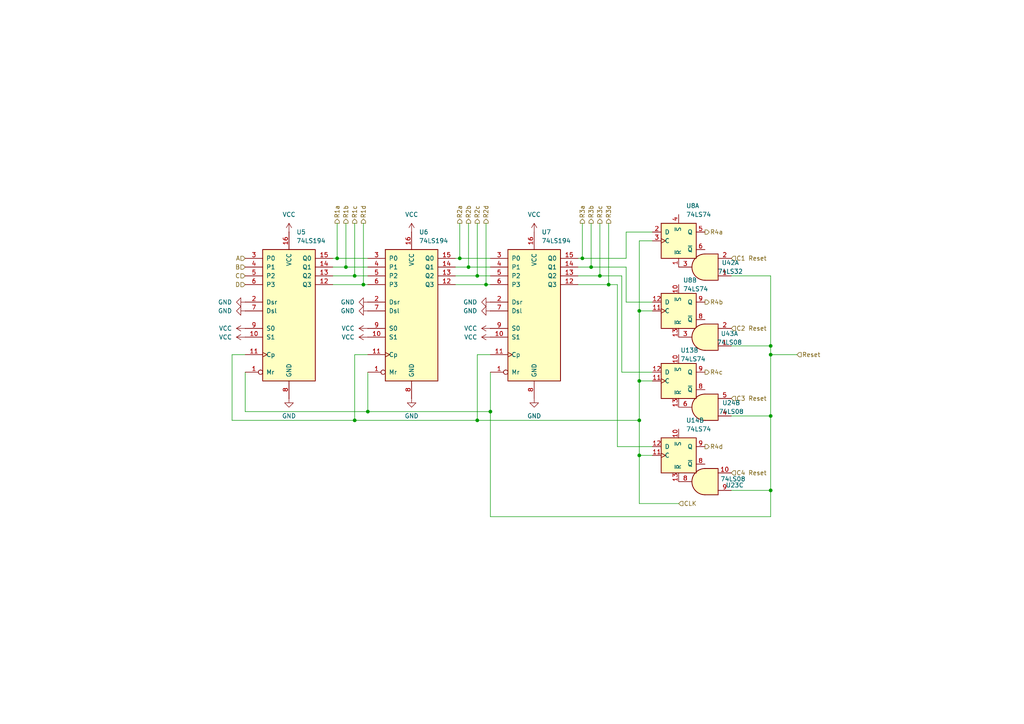
<source format=kicad_sch>
(kicad_sch
	(version 20250114)
	(generator "eeschema")
	(generator_version "9.0")
	(uuid "07c92a8f-5488-45ee-9a41-da9c7fece740")
	(paper "A4")
	(lib_symbols
		(symbol "74xx:74LS08"
			(pin_names
				(offset 1.016)
			)
			(exclude_from_sim no)
			(in_bom yes)
			(on_board yes)
			(property "Reference" "U"
				(at 0 1.27 0)
				(effects
					(font
						(size 1.27 1.27)
					)
				)
			)
			(property "Value" "74LS08"
				(at 0 -1.27 0)
				(effects
					(font
						(size 1.27 1.27)
					)
				)
			)
			(property "Footprint" ""
				(at 0 0 0)
				(effects
					(font
						(size 1.27 1.27)
					)
					(hide yes)
				)
			)
			(property "Datasheet" "http://www.ti.com/lit/gpn/sn74LS08"
				(at 0 0 0)
				(effects
					(font
						(size 1.27 1.27)
					)
					(hide yes)
				)
			)
			(property "Description" "Quad And2"
				(at 0 0 0)
				(effects
					(font
						(size 1.27 1.27)
					)
					(hide yes)
				)
			)
			(property "ki_locked" ""
				(at 0 0 0)
				(effects
					(font
						(size 1.27 1.27)
					)
				)
			)
			(property "ki_keywords" "TTL and2"
				(at 0 0 0)
				(effects
					(font
						(size 1.27 1.27)
					)
					(hide yes)
				)
			)
			(property "ki_fp_filters" "DIP*W7.62mm*"
				(at 0 0 0)
				(effects
					(font
						(size 1.27 1.27)
					)
					(hide yes)
				)
			)
			(symbol "74LS08_1_1"
				(arc
					(start 0 3.81)
					(mid 3.7934 0)
					(end 0 -3.81)
					(stroke
						(width 0.254)
						(type default)
					)
					(fill
						(type background)
					)
				)
				(polyline
					(pts
						(xy 0 3.81) (xy -3.81 3.81) (xy -3.81 -3.81) (xy 0 -3.81)
					)
					(stroke
						(width 0.254)
						(type default)
					)
					(fill
						(type background)
					)
				)
				(pin input line
					(at -7.62 2.54 0)
					(length 3.81)
					(name "~"
						(effects
							(font
								(size 1.27 1.27)
							)
						)
					)
					(number "1"
						(effects
							(font
								(size 1.27 1.27)
							)
						)
					)
				)
				(pin input line
					(at -7.62 -2.54 0)
					(length 3.81)
					(name "~"
						(effects
							(font
								(size 1.27 1.27)
							)
						)
					)
					(number "2"
						(effects
							(font
								(size 1.27 1.27)
							)
						)
					)
				)
				(pin output line
					(at 7.62 0 180)
					(length 3.81)
					(name "~"
						(effects
							(font
								(size 1.27 1.27)
							)
						)
					)
					(number "3"
						(effects
							(font
								(size 1.27 1.27)
							)
						)
					)
				)
			)
			(symbol "74LS08_1_2"
				(arc
					(start -3.81 3.81)
					(mid -2.589 0)
					(end -3.81 -3.81)
					(stroke
						(width 0.254)
						(type default)
					)
					(fill
						(type none)
					)
				)
				(polyline
					(pts
						(xy -3.81 3.81) (xy -0.635 3.81)
					)
					(stroke
						(width 0.254)
						(type default)
					)
					(fill
						(type background)
					)
				)
				(polyline
					(pts
						(xy -3.81 -3.81) (xy -0.635 -3.81)
					)
					(stroke
						(width 0.254)
						(type default)
					)
					(fill
						(type background)
					)
				)
				(arc
					(start 3.81 0)
					(mid 2.1855 -2.584)
					(end -0.6096 -3.81)
					(stroke
						(width 0.254)
						(type default)
					)
					(fill
						(type background)
					)
				)
				(arc
					(start -0.6096 3.81)
					(mid 2.1928 2.5924)
					(end 3.81 0)
					(stroke
						(width 0.254)
						(type default)
					)
					(fill
						(type background)
					)
				)
				(polyline
					(pts
						(xy -0.635 3.81) (xy -3.81 3.81) (xy -3.81 3.81) (xy -3.556 3.4036) (xy -3.0226 2.2606) (xy -2.6924 1.0414)
						(xy -2.6162 -0.254) (xy -2.7686 -1.4986) (xy -3.175 -2.7178) (xy -3.81 -3.81) (xy -3.81 -3.81)
						(xy -0.635 -3.81)
					)
					(stroke
						(width -25.4)
						(type default)
					)
					(fill
						(type background)
					)
				)
				(pin input inverted
					(at -7.62 2.54 0)
					(length 4.318)
					(name "~"
						(effects
							(font
								(size 1.27 1.27)
							)
						)
					)
					(number "1"
						(effects
							(font
								(size 1.27 1.27)
							)
						)
					)
				)
				(pin input inverted
					(at -7.62 -2.54 0)
					(length 4.318)
					(name "~"
						(effects
							(font
								(size 1.27 1.27)
							)
						)
					)
					(number "2"
						(effects
							(font
								(size 1.27 1.27)
							)
						)
					)
				)
				(pin output inverted
					(at 7.62 0 180)
					(length 3.81)
					(name "~"
						(effects
							(font
								(size 1.27 1.27)
							)
						)
					)
					(number "3"
						(effects
							(font
								(size 1.27 1.27)
							)
						)
					)
				)
			)
			(symbol "74LS08_2_1"
				(arc
					(start 0 3.81)
					(mid 3.7934 0)
					(end 0 -3.81)
					(stroke
						(width 0.254)
						(type default)
					)
					(fill
						(type background)
					)
				)
				(polyline
					(pts
						(xy 0 3.81) (xy -3.81 3.81) (xy -3.81 -3.81) (xy 0 -3.81)
					)
					(stroke
						(width 0.254)
						(type default)
					)
					(fill
						(type background)
					)
				)
				(pin input line
					(at -7.62 2.54 0)
					(length 3.81)
					(name "~"
						(effects
							(font
								(size 1.27 1.27)
							)
						)
					)
					(number "4"
						(effects
							(font
								(size 1.27 1.27)
							)
						)
					)
				)
				(pin input line
					(at -7.62 -2.54 0)
					(length 3.81)
					(name "~"
						(effects
							(font
								(size 1.27 1.27)
							)
						)
					)
					(number "5"
						(effects
							(font
								(size 1.27 1.27)
							)
						)
					)
				)
				(pin output line
					(at 7.62 0 180)
					(length 3.81)
					(name "~"
						(effects
							(font
								(size 1.27 1.27)
							)
						)
					)
					(number "6"
						(effects
							(font
								(size 1.27 1.27)
							)
						)
					)
				)
			)
			(symbol "74LS08_2_2"
				(arc
					(start -3.81 3.81)
					(mid -2.589 0)
					(end -3.81 -3.81)
					(stroke
						(width 0.254)
						(type default)
					)
					(fill
						(type none)
					)
				)
				(polyline
					(pts
						(xy -3.81 3.81) (xy -0.635 3.81)
					)
					(stroke
						(width 0.254)
						(type default)
					)
					(fill
						(type background)
					)
				)
				(polyline
					(pts
						(xy -3.81 -3.81) (xy -0.635 -3.81)
					)
					(stroke
						(width 0.254)
						(type default)
					)
					(fill
						(type background)
					)
				)
				(arc
					(start 3.81 0)
					(mid 2.1855 -2.584)
					(end -0.6096 -3.81)
					(stroke
						(width 0.254)
						(type default)
					)
					(fill
						(type background)
					)
				)
				(arc
					(start -0.6096 3.81)
					(mid 2.1928 2.5924)
					(end 3.81 0)
					(stroke
						(width 0.254)
						(type default)
					)
					(fill
						(type background)
					)
				)
				(polyline
					(pts
						(xy -0.635 3.81) (xy -3.81 3.81) (xy -3.81 3.81) (xy -3.556 3.4036) (xy -3.0226 2.2606) (xy -2.6924 1.0414)
						(xy -2.6162 -0.254) (xy -2.7686 -1.4986) (xy -3.175 -2.7178) (xy -3.81 -3.81) (xy -3.81 -3.81)
						(xy -0.635 -3.81)
					)
					(stroke
						(width -25.4)
						(type default)
					)
					(fill
						(type background)
					)
				)
				(pin input inverted
					(at -7.62 2.54 0)
					(length 4.318)
					(name "~"
						(effects
							(font
								(size 1.27 1.27)
							)
						)
					)
					(number "4"
						(effects
							(font
								(size 1.27 1.27)
							)
						)
					)
				)
				(pin input inverted
					(at -7.62 -2.54 0)
					(length 4.318)
					(name "~"
						(effects
							(font
								(size 1.27 1.27)
							)
						)
					)
					(number "5"
						(effects
							(font
								(size 1.27 1.27)
							)
						)
					)
				)
				(pin output inverted
					(at 7.62 0 180)
					(length 3.81)
					(name "~"
						(effects
							(font
								(size 1.27 1.27)
							)
						)
					)
					(number "6"
						(effects
							(font
								(size 1.27 1.27)
							)
						)
					)
				)
			)
			(symbol "74LS08_3_1"
				(arc
					(start 0 3.81)
					(mid 3.7934 0)
					(end 0 -3.81)
					(stroke
						(width 0.254)
						(type default)
					)
					(fill
						(type background)
					)
				)
				(polyline
					(pts
						(xy 0 3.81) (xy -3.81 3.81) (xy -3.81 -3.81) (xy 0 -3.81)
					)
					(stroke
						(width 0.254)
						(type default)
					)
					(fill
						(type background)
					)
				)
				(pin input line
					(at -7.62 2.54 0)
					(length 3.81)
					(name "~"
						(effects
							(font
								(size 1.27 1.27)
							)
						)
					)
					(number "9"
						(effects
							(font
								(size 1.27 1.27)
							)
						)
					)
				)
				(pin input line
					(at -7.62 -2.54 0)
					(length 3.81)
					(name "~"
						(effects
							(font
								(size 1.27 1.27)
							)
						)
					)
					(number "10"
						(effects
							(font
								(size 1.27 1.27)
							)
						)
					)
				)
				(pin output line
					(at 7.62 0 180)
					(length 3.81)
					(name "~"
						(effects
							(font
								(size 1.27 1.27)
							)
						)
					)
					(number "8"
						(effects
							(font
								(size 1.27 1.27)
							)
						)
					)
				)
			)
			(symbol "74LS08_3_2"
				(arc
					(start -3.81 3.81)
					(mid -2.589 0)
					(end -3.81 -3.81)
					(stroke
						(width 0.254)
						(type default)
					)
					(fill
						(type none)
					)
				)
				(polyline
					(pts
						(xy -3.81 3.81) (xy -0.635 3.81)
					)
					(stroke
						(width 0.254)
						(type default)
					)
					(fill
						(type background)
					)
				)
				(polyline
					(pts
						(xy -3.81 -3.81) (xy -0.635 -3.81)
					)
					(stroke
						(width 0.254)
						(type default)
					)
					(fill
						(type background)
					)
				)
				(arc
					(start 3.81 0)
					(mid 2.1855 -2.584)
					(end -0.6096 -3.81)
					(stroke
						(width 0.254)
						(type default)
					)
					(fill
						(type background)
					)
				)
				(arc
					(start -0.6096 3.81)
					(mid 2.1928 2.5924)
					(end 3.81 0)
					(stroke
						(width 0.254)
						(type default)
					)
					(fill
						(type background)
					)
				)
				(polyline
					(pts
						(xy -0.635 3.81) (xy -3.81 3.81) (xy -3.81 3.81) (xy -3.556 3.4036) (xy -3.0226 2.2606) (xy -2.6924 1.0414)
						(xy -2.6162 -0.254) (xy -2.7686 -1.4986) (xy -3.175 -2.7178) (xy -3.81 -3.81) (xy -3.81 -3.81)
						(xy -0.635 -3.81)
					)
					(stroke
						(width -25.4)
						(type default)
					)
					(fill
						(type background)
					)
				)
				(pin input inverted
					(at -7.62 2.54 0)
					(length 4.318)
					(name "~"
						(effects
							(font
								(size 1.27 1.27)
							)
						)
					)
					(number "9"
						(effects
							(font
								(size 1.27 1.27)
							)
						)
					)
				)
				(pin input inverted
					(at -7.62 -2.54 0)
					(length 4.318)
					(name "~"
						(effects
							(font
								(size 1.27 1.27)
							)
						)
					)
					(number "10"
						(effects
							(font
								(size 1.27 1.27)
							)
						)
					)
				)
				(pin output inverted
					(at 7.62 0 180)
					(length 3.81)
					(name "~"
						(effects
							(font
								(size 1.27 1.27)
							)
						)
					)
					(number "8"
						(effects
							(font
								(size 1.27 1.27)
							)
						)
					)
				)
			)
			(symbol "74LS08_4_1"
				(arc
					(start 0 3.81)
					(mid 3.7934 0)
					(end 0 -3.81)
					(stroke
						(width 0.254)
						(type default)
					)
					(fill
						(type background)
					)
				)
				(polyline
					(pts
						(xy 0 3.81) (xy -3.81 3.81) (xy -3.81 -3.81) (xy 0 -3.81)
					)
					(stroke
						(width 0.254)
						(type default)
					)
					(fill
						(type background)
					)
				)
				(pin input line
					(at -7.62 2.54 0)
					(length 3.81)
					(name "~"
						(effects
							(font
								(size 1.27 1.27)
							)
						)
					)
					(number "12"
						(effects
							(font
								(size 1.27 1.27)
							)
						)
					)
				)
				(pin input line
					(at -7.62 -2.54 0)
					(length 3.81)
					(name "~"
						(effects
							(font
								(size 1.27 1.27)
							)
						)
					)
					(number "13"
						(effects
							(font
								(size 1.27 1.27)
							)
						)
					)
				)
				(pin output line
					(at 7.62 0 180)
					(length 3.81)
					(name "~"
						(effects
							(font
								(size 1.27 1.27)
							)
						)
					)
					(number "11"
						(effects
							(font
								(size 1.27 1.27)
							)
						)
					)
				)
			)
			(symbol "74LS08_4_2"
				(arc
					(start -3.81 3.81)
					(mid -2.589 0)
					(end -3.81 -3.81)
					(stroke
						(width 0.254)
						(type default)
					)
					(fill
						(type none)
					)
				)
				(polyline
					(pts
						(xy -3.81 3.81) (xy -0.635 3.81)
					)
					(stroke
						(width 0.254)
						(type default)
					)
					(fill
						(type background)
					)
				)
				(polyline
					(pts
						(xy -3.81 -3.81) (xy -0.635 -3.81)
					)
					(stroke
						(width 0.254)
						(type default)
					)
					(fill
						(type background)
					)
				)
				(arc
					(start 3.81 0)
					(mid 2.1855 -2.584)
					(end -0.6096 -3.81)
					(stroke
						(width 0.254)
						(type default)
					)
					(fill
						(type background)
					)
				)
				(arc
					(start -0.6096 3.81)
					(mid 2.1928 2.5924)
					(end 3.81 0)
					(stroke
						(width 0.254)
						(type default)
					)
					(fill
						(type background)
					)
				)
				(polyline
					(pts
						(xy -0.635 3.81) (xy -3.81 3.81) (xy -3.81 3.81) (xy -3.556 3.4036) (xy -3.0226 2.2606) (xy -2.6924 1.0414)
						(xy -2.6162 -0.254) (xy -2.7686 -1.4986) (xy -3.175 -2.7178) (xy -3.81 -3.81) (xy -3.81 -3.81)
						(xy -0.635 -3.81)
					)
					(stroke
						(width -25.4)
						(type default)
					)
					(fill
						(type background)
					)
				)
				(pin input inverted
					(at -7.62 2.54 0)
					(length 4.318)
					(name "~"
						(effects
							(font
								(size 1.27 1.27)
							)
						)
					)
					(number "12"
						(effects
							(font
								(size 1.27 1.27)
							)
						)
					)
				)
				(pin input inverted
					(at -7.62 -2.54 0)
					(length 4.318)
					(name "~"
						(effects
							(font
								(size 1.27 1.27)
							)
						)
					)
					(number "13"
						(effects
							(font
								(size 1.27 1.27)
							)
						)
					)
				)
				(pin output inverted
					(at 7.62 0 180)
					(length 3.81)
					(name "~"
						(effects
							(font
								(size 1.27 1.27)
							)
						)
					)
					(number "11"
						(effects
							(font
								(size 1.27 1.27)
							)
						)
					)
				)
			)
			(symbol "74LS08_5_0"
				(pin power_in line
					(at 0 12.7 270)
					(length 5.08)
					(name "VCC"
						(effects
							(font
								(size 1.27 1.27)
							)
						)
					)
					(number "14"
						(effects
							(font
								(size 1.27 1.27)
							)
						)
					)
				)
				(pin power_in line
					(at 0 -12.7 90)
					(length 5.08)
					(name "GND"
						(effects
							(font
								(size 1.27 1.27)
							)
						)
					)
					(number "7"
						(effects
							(font
								(size 1.27 1.27)
							)
						)
					)
				)
			)
			(symbol "74LS08_5_1"
				(rectangle
					(start -5.08 7.62)
					(end 5.08 -7.62)
					(stroke
						(width 0.254)
						(type default)
					)
					(fill
						(type background)
					)
				)
			)
			(embedded_fonts no)
		)
		(symbol "74xx:74LS194"
			(pin_names
				(offset 1.016)
			)
			(exclude_from_sim no)
			(in_bom yes)
			(on_board yes)
			(property "Reference" "U"
				(at -7.62 19.05 0)
				(effects
					(font
						(size 1.27 1.27)
					)
				)
			)
			(property "Value" "74LS194"
				(at -7.62 -21.59 0)
				(effects
					(font
						(size 1.27 1.27)
					)
				)
			)
			(property "Footprint" ""
				(at 0 0 0)
				(effects
					(font
						(size 1.27 1.27)
					)
					(hide yes)
				)
			)
			(property "Datasheet" "http://www.ti.com/lit/gpn/sn74LS194"
				(at 0 0 0)
				(effects
					(font
						(size 1.27 1.27)
					)
					(hide yes)
				)
			)
			(property "Description" "Shift Register 4-bit Bidirectional"
				(at 0 0 0)
				(effects
					(font
						(size 1.27 1.27)
					)
					(hide yes)
				)
			)
			(property "ki_locked" ""
				(at 0 0 0)
				(effects
					(font
						(size 1.27 1.27)
					)
				)
			)
			(property "ki_keywords" "TTL RS SR4"
				(at 0 0 0)
				(effects
					(font
						(size 1.27 1.27)
					)
					(hide yes)
				)
			)
			(property "ki_fp_filters" "DIP?16*"
				(at 0 0 0)
				(effects
					(font
						(size 1.27 1.27)
					)
					(hide yes)
				)
			)
			(symbol "74LS194_1_0"
				(pin input line
					(at -12.7 15.24 0)
					(length 5.08)
					(name "P0"
						(effects
							(font
								(size 1.27 1.27)
							)
						)
					)
					(number "3"
						(effects
							(font
								(size 1.27 1.27)
							)
						)
					)
				)
				(pin input line
					(at -12.7 12.7 0)
					(length 5.08)
					(name "P1"
						(effects
							(font
								(size 1.27 1.27)
							)
						)
					)
					(number "4"
						(effects
							(font
								(size 1.27 1.27)
							)
						)
					)
				)
				(pin input line
					(at -12.7 10.16 0)
					(length 5.08)
					(name "P2"
						(effects
							(font
								(size 1.27 1.27)
							)
						)
					)
					(number "5"
						(effects
							(font
								(size 1.27 1.27)
							)
						)
					)
				)
				(pin input line
					(at -12.7 7.62 0)
					(length 5.08)
					(name "P3"
						(effects
							(font
								(size 1.27 1.27)
							)
						)
					)
					(number "6"
						(effects
							(font
								(size 1.27 1.27)
							)
						)
					)
				)
				(pin input line
					(at -12.7 2.54 0)
					(length 5.08)
					(name "Dsr"
						(effects
							(font
								(size 1.27 1.27)
							)
						)
					)
					(number "2"
						(effects
							(font
								(size 1.27 1.27)
							)
						)
					)
				)
				(pin input line
					(at -12.7 0 0)
					(length 5.08)
					(name "Dsl"
						(effects
							(font
								(size 1.27 1.27)
							)
						)
					)
					(number "7"
						(effects
							(font
								(size 1.27 1.27)
							)
						)
					)
				)
				(pin input line
					(at -12.7 -5.08 0)
					(length 5.08)
					(name "S0"
						(effects
							(font
								(size 1.27 1.27)
							)
						)
					)
					(number "9"
						(effects
							(font
								(size 1.27 1.27)
							)
						)
					)
				)
				(pin input line
					(at -12.7 -7.62 0)
					(length 5.08)
					(name "S1"
						(effects
							(font
								(size 1.27 1.27)
							)
						)
					)
					(number "10"
						(effects
							(font
								(size 1.27 1.27)
							)
						)
					)
				)
				(pin input clock
					(at -12.7 -12.7 0)
					(length 5.08)
					(name "Cp"
						(effects
							(font
								(size 1.27 1.27)
							)
						)
					)
					(number "11"
						(effects
							(font
								(size 1.27 1.27)
							)
						)
					)
				)
				(pin input inverted
					(at -12.7 -17.78 0)
					(length 5.08)
					(name "Mr"
						(effects
							(font
								(size 1.27 1.27)
							)
						)
					)
					(number "1"
						(effects
							(font
								(size 1.27 1.27)
							)
						)
					)
				)
				(pin power_in line
					(at 0 22.86 270)
					(length 5.08)
					(name "VCC"
						(effects
							(font
								(size 1.27 1.27)
							)
						)
					)
					(number "16"
						(effects
							(font
								(size 1.27 1.27)
							)
						)
					)
				)
				(pin power_in line
					(at 0 -25.4 90)
					(length 5.08)
					(name "GND"
						(effects
							(font
								(size 1.27 1.27)
							)
						)
					)
					(number "8"
						(effects
							(font
								(size 1.27 1.27)
							)
						)
					)
				)
				(pin output line
					(at 12.7 15.24 180)
					(length 5.08)
					(name "Q0"
						(effects
							(font
								(size 1.27 1.27)
							)
						)
					)
					(number "15"
						(effects
							(font
								(size 1.27 1.27)
							)
						)
					)
				)
				(pin output line
					(at 12.7 12.7 180)
					(length 5.08)
					(name "Q1"
						(effects
							(font
								(size 1.27 1.27)
							)
						)
					)
					(number "14"
						(effects
							(font
								(size 1.27 1.27)
							)
						)
					)
				)
				(pin output line
					(at 12.7 10.16 180)
					(length 5.08)
					(name "Q2"
						(effects
							(font
								(size 1.27 1.27)
							)
						)
					)
					(number "13"
						(effects
							(font
								(size 1.27 1.27)
							)
						)
					)
				)
				(pin output line
					(at 12.7 7.62 180)
					(length 5.08)
					(name "Q3"
						(effects
							(font
								(size 1.27 1.27)
							)
						)
					)
					(number "12"
						(effects
							(font
								(size 1.27 1.27)
							)
						)
					)
				)
			)
			(symbol "74LS194_1_1"
				(rectangle
					(start -7.62 17.78)
					(end 7.62 -20.32)
					(stroke
						(width 0.254)
						(type default)
					)
					(fill
						(type background)
					)
				)
			)
			(embedded_fonts no)
		)
		(symbol "74xx:74LS74"
			(pin_names
				(offset 1.016)
			)
			(exclude_from_sim no)
			(in_bom yes)
			(on_board yes)
			(property "Reference" "U"
				(at -7.62 8.89 0)
				(effects
					(font
						(size 1.27 1.27)
					)
				)
			)
			(property "Value" "74LS74"
				(at -7.62 -8.89 0)
				(effects
					(font
						(size 1.27 1.27)
					)
				)
			)
			(property "Footprint" ""
				(at 0 0 0)
				(effects
					(font
						(size 1.27 1.27)
					)
					(hide yes)
				)
			)
			(property "Datasheet" "74xx/74hc_hct74.pdf"
				(at 0 0 0)
				(effects
					(font
						(size 1.27 1.27)
					)
					(hide yes)
				)
			)
			(property "Description" "Dual D Flip-flop, Set & Reset"
				(at 0 0 0)
				(effects
					(font
						(size 1.27 1.27)
					)
					(hide yes)
				)
			)
			(property "ki_locked" ""
				(at 0 0 0)
				(effects
					(font
						(size 1.27 1.27)
					)
				)
			)
			(property "ki_keywords" "TTL DFF"
				(at 0 0 0)
				(effects
					(font
						(size 1.27 1.27)
					)
					(hide yes)
				)
			)
			(property "ki_fp_filters" "DIP*W7.62mm*"
				(at 0 0 0)
				(effects
					(font
						(size 1.27 1.27)
					)
					(hide yes)
				)
			)
			(symbol "74LS74_1_0"
				(pin input line
					(at -7.62 2.54 0)
					(length 2.54)
					(name "D"
						(effects
							(font
								(size 1.27 1.27)
							)
						)
					)
					(number "2"
						(effects
							(font
								(size 1.27 1.27)
							)
						)
					)
				)
				(pin input clock
					(at -7.62 0 0)
					(length 2.54)
					(name "C"
						(effects
							(font
								(size 1.27 1.27)
							)
						)
					)
					(number "3"
						(effects
							(font
								(size 1.27 1.27)
							)
						)
					)
				)
				(pin input line
					(at 0 7.62 270)
					(length 2.54)
					(name "~{S}"
						(effects
							(font
								(size 1.27 1.27)
							)
						)
					)
					(number "4"
						(effects
							(font
								(size 1.27 1.27)
							)
						)
					)
				)
				(pin input line
					(at 0 -7.62 90)
					(length 2.54)
					(name "~{R}"
						(effects
							(font
								(size 1.27 1.27)
							)
						)
					)
					(number "1"
						(effects
							(font
								(size 1.27 1.27)
							)
						)
					)
				)
				(pin output line
					(at 7.62 2.54 180)
					(length 2.54)
					(name "Q"
						(effects
							(font
								(size 1.27 1.27)
							)
						)
					)
					(number "5"
						(effects
							(font
								(size 1.27 1.27)
							)
						)
					)
				)
				(pin output line
					(at 7.62 -2.54 180)
					(length 2.54)
					(name "~{Q}"
						(effects
							(font
								(size 1.27 1.27)
							)
						)
					)
					(number "6"
						(effects
							(font
								(size 1.27 1.27)
							)
						)
					)
				)
			)
			(symbol "74LS74_1_1"
				(rectangle
					(start -5.08 5.08)
					(end 5.08 -5.08)
					(stroke
						(width 0.254)
						(type default)
					)
					(fill
						(type background)
					)
				)
			)
			(symbol "74LS74_2_0"
				(pin input line
					(at -7.62 2.54 0)
					(length 2.54)
					(name "D"
						(effects
							(font
								(size 1.27 1.27)
							)
						)
					)
					(number "12"
						(effects
							(font
								(size 1.27 1.27)
							)
						)
					)
				)
				(pin input clock
					(at -7.62 0 0)
					(length 2.54)
					(name "C"
						(effects
							(font
								(size 1.27 1.27)
							)
						)
					)
					(number "11"
						(effects
							(font
								(size 1.27 1.27)
							)
						)
					)
				)
				(pin input line
					(at 0 7.62 270)
					(length 2.54)
					(name "~{S}"
						(effects
							(font
								(size 1.27 1.27)
							)
						)
					)
					(number "10"
						(effects
							(font
								(size 1.27 1.27)
							)
						)
					)
				)
				(pin input line
					(at 0 -7.62 90)
					(length 2.54)
					(name "~{R}"
						(effects
							(font
								(size 1.27 1.27)
							)
						)
					)
					(number "13"
						(effects
							(font
								(size 1.27 1.27)
							)
						)
					)
				)
				(pin output line
					(at 7.62 2.54 180)
					(length 2.54)
					(name "Q"
						(effects
							(font
								(size 1.27 1.27)
							)
						)
					)
					(number "9"
						(effects
							(font
								(size 1.27 1.27)
							)
						)
					)
				)
				(pin output line
					(at 7.62 -2.54 180)
					(length 2.54)
					(name "~{Q}"
						(effects
							(font
								(size 1.27 1.27)
							)
						)
					)
					(number "8"
						(effects
							(font
								(size 1.27 1.27)
							)
						)
					)
				)
			)
			(symbol "74LS74_2_1"
				(rectangle
					(start -5.08 5.08)
					(end 5.08 -5.08)
					(stroke
						(width 0.254)
						(type default)
					)
					(fill
						(type background)
					)
				)
			)
			(symbol "74LS74_3_0"
				(pin power_in line
					(at 0 10.16 270)
					(length 2.54)
					(name "VCC"
						(effects
							(font
								(size 1.27 1.27)
							)
						)
					)
					(number "14"
						(effects
							(font
								(size 1.27 1.27)
							)
						)
					)
				)
				(pin power_in line
					(at 0 -10.16 90)
					(length 2.54)
					(name "GND"
						(effects
							(font
								(size 1.27 1.27)
							)
						)
					)
					(number "7"
						(effects
							(font
								(size 1.27 1.27)
							)
						)
					)
				)
			)
			(symbol "74LS74_3_1"
				(rectangle
					(start -5.08 7.62)
					(end 5.08 -7.62)
					(stroke
						(width 0.254)
						(type default)
					)
					(fill
						(type background)
					)
				)
			)
			(embedded_fonts no)
		)
		(symbol "power:GND"
			(power)
			(pin_numbers
				(hide yes)
			)
			(pin_names
				(offset 0)
				(hide yes)
			)
			(exclude_from_sim no)
			(in_bom yes)
			(on_board yes)
			(property "Reference" "#PWR"
				(at 0 -6.35 0)
				(effects
					(font
						(size 1.27 1.27)
					)
					(hide yes)
				)
			)
			(property "Value" "GND"
				(at 0 -3.81 0)
				(effects
					(font
						(size 1.27 1.27)
					)
				)
			)
			(property "Footprint" ""
				(at 0 0 0)
				(effects
					(font
						(size 1.27 1.27)
					)
					(hide yes)
				)
			)
			(property "Datasheet" ""
				(at 0 0 0)
				(effects
					(font
						(size 1.27 1.27)
					)
					(hide yes)
				)
			)
			(property "Description" "Power symbol creates a global label with name \"GND\" , ground"
				(at 0 0 0)
				(effects
					(font
						(size 1.27 1.27)
					)
					(hide yes)
				)
			)
			(property "ki_keywords" "global power"
				(at 0 0 0)
				(effects
					(font
						(size 1.27 1.27)
					)
					(hide yes)
				)
			)
			(symbol "GND_0_1"
				(polyline
					(pts
						(xy 0 0) (xy 0 -1.27) (xy 1.27 -1.27) (xy 0 -2.54) (xy -1.27 -1.27) (xy 0 -1.27)
					)
					(stroke
						(width 0)
						(type default)
					)
					(fill
						(type none)
					)
				)
			)
			(symbol "GND_1_1"
				(pin power_in line
					(at 0 0 270)
					(length 0)
					(name "~"
						(effects
							(font
								(size 1.27 1.27)
							)
						)
					)
					(number "1"
						(effects
							(font
								(size 1.27 1.27)
							)
						)
					)
				)
			)
			(embedded_fonts no)
		)
		(symbol "power:VCC"
			(power)
			(pin_numbers
				(hide yes)
			)
			(pin_names
				(offset 0)
				(hide yes)
			)
			(exclude_from_sim no)
			(in_bom yes)
			(on_board yes)
			(property "Reference" "#PWR"
				(at 0 -3.81 0)
				(effects
					(font
						(size 1.27 1.27)
					)
					(hide yes)
				)
			)
			(property "Value" "VCC"
				(at 0 3.556 0)
				(effects
					(font
						(size 1.27 1.27)
					)
				)
			)
			(property "Footprint" ""
				(at 0 0 0)
				(effects
					(font
						(size 1.27 1.27)
					)
					(hide yes)
				)
			)
			(property "Datasheet" ""
				(at 0 0 0)
				(effects
					(font
						(size 1.27 1.27)
					)
					(hide yes)
				)
			)
			(property "Description" "Power symbol creates a global label with name \"VCC\""
				(at 0 0 0)
				(effects
					(font
						(size 1.27 1.27)
					)
					(hide yes)
				)
			)
			(property "ki_keywords" "global power"
				(at 0 0 0)
				(effects
					(font
						(size 1.27 1.27)
					)
					(hide yes)
				)
			)
			(symbol "VCC_0_1"
				(polyline
					(pts
						(xy -0.762 1.27) (xy 0 2.54)
					)
					(stroke
						(width 0)
						(type default)
					)
					(fill
						(type none)
					)
				)
				(polyline
					(pts
						(xy 0 2.54) (xy 0.762 1.27)
					)
					(stroke
						(width 0)
						(type default)
					)
					(fill
						(type none)
					)
				)
				(polyline
					(pts
						(xy 0 0) (xy 0 2.54)
					)
					(stroke
						(width 0)
						(type default)
					)
					(fill
						(type none)
					)
				)
			)
			(symbol "VCC_1_1"
				(pin power_in line
					(at 0 0 90)
					(length 0)
					(name "~"
						(effects
							(font
								(size 1.27 1.27)
							)
						)
					)
					(number "1"
						(effects
							(font
								(size 1.27 1.27)
							)
						)
					)
				)
			)
			(embedded_fonts no)
		)
	)
	(junction
		(at 140.97 82.55)
		(diameter 0)
		(color 0 0 0 0)
		(uuid "027ae8bd-5e88-451e-930e-b62cc9c410a8")
	)
	(junction
		(at 97.79 74.93)
		(diameter 0)
		(color 0 0 0 0)
		(uuid "0a3d83a3-da58-4d1f-a928-08f8fbd5e024")
	)
	(junction
		(at 100.33 77.47)
		(diameter 0)
		(color 0 0 0 0)
		(uuid "13a2018f-3ee5-4173-b8a6-a9457c91b8be")
	)
	(junction
		(at 102.87 121.92)
		(diameter 0)
		(color 0 0 0 0)
		(uuid "214667f3-1a20-409b-b8df-4bd874af7a0c")
	)
	(junction
		(at 223.52 102.87)
		(diameter 0)
		(color 0 0 0 0)
		(uuid "29a70c6e-0225-49ed-a0a8-3d6685b86a8f")
	)
	(junction
		(at 138.43 121.92)
		(diameter 0)
		(color 0 0 0 0)
		(uuid "2c01c9c3-b014-4fc2-a5a7-c92bfe533097")
	)
	(junction
		(at 185.42 110.49)
		(diameter 0)
		(color 0 0 0 0)
		(uuid "43457dbe-5d3b-48c6-b18b-61161a4e6b44")
	)
	(junction
		(at 176.53 82.55)
		(diameter 0)
		(color 0 0 0 0)
		(uuid "4ac11e0f-8f66-4ffa-a039-13653f5542fc")
	)
	(junction
		(at 223.52 142.24)
		(diameter 0)
		(color 0 0 0 0)
		(uuid "50de2f97-32e6-43e2-90d0-ae225d5bd49c")
	)
	(junction
		(at 173.99 80.01)
		(diameter 0)
		(color 0 0 0 0)
		(uuid "5489e7d4-8a4c-42fc-a43f-9ff76e85e1b3")
	)
	(junction
		(at 106.68 119.38)
		(diameter 0)
		(color 0 0 0 0)
		(uuid "59e9c3a3-a7ef-437c-902d-2dadb70f972a")
	)
	(junction
		(at 102.87 80.01)
		(diameter 0)
		(color 0 0 0 0)
		(uuid "5f53a763-e60a-481a-a0b0-5f4888aed07b")
	)
	(junction
		(at 185.42 90.17)
		(diameter 0)
		(color 0 0 0 0)
		(uuid "6480d1c7-79e6-4655-a9b7-3757b6f59ae0")
	)
	(junction
		(at 133.35 74.93)
		(diameter 0)
		(color 0 0 0 0)
		(uuid "9e341149-6b27-4518-abf4-5aea9ca11a7a")
	)
	(junction
		(at 135.89 77.47)
		(diameter 0)
		(color 0 0 0 0)
		(uuid "9e8a1292-3ac4-4417-9b9e-77a777b4a059")
	)
	(junction
		(at 171.45 77.47)
		(diameter 0)
		(color 0 0 0 0)
		(uuid "9f665bdb-d599-4d58-9439-a0d15858a04a")
	)
	(junction
		(at 168.91 74.93)
		(diameter 0)
		(color 0 0 0 0)
		(uuid "a50968b5-a809-4990-a4ef-c449f390a636")
	)
	(junction
		(at 185.42 132.08)
		(diameter 0)
		(color 0 0 0 0)
		(uuid "b3195a11-062e-445c-bfb8-9c2bceaedcf4")
	)
	(junction
		(at 223.52 100.33)
		(diameter 0)
		(color 0 0 0 0)
		(uuid "b7ee7fc4-f947-48ed-96f6-dc1cc190009a")
	)
	(junction
		(at 105.41 82.55)
		(diameter 0)
		(color 0 0 0 0)
		(uuid "b9b7253c-f72e-493c-91a8-a154304190e9")
	)
	(junction
		(at 185.42 121.92)
		(diameter 0)
		(color 0 0 0 0)
		(uuid "da1056e4-13ab-43aa-8ff2-04ec38ececc2")
	)
	(junction
		(at 138.43 80.01)
		(diameter 0)
		(color 0 0 0 0)
		(uuid "e05e7c86-6891-4844-a1a5-bbc870a55e10")
	)
	(junction
		(at 223.52 120.65)
		(diameter 0)
		(color 0 0 0 0)
		(uuid "f1f65249-5993-4913-a12b-4d621202eb1e")
	)
	(junction
		(at 142.24 119.38)
		(diameter 0)
		(color 0 0 0 0)
		(uuid "f4174f2c-9e59-4987-b185-2a2a599dc1e2")
	)
	(wire
		(pts
			(xy 176.53 82.55) (xy 179.07 82.55)
		)
		(stroke
			(width 0)
			(type default)
		)
		(uuid "042f4283-1d59-4558-b1bb-75e7f7b32d7e")
	)
	(wire
		(pts
			(xy 106.68 74.93) (xy 97.79 74.93)
		)
		(stroke
			(width 0)
			(type default)
		)
		(uuid "06c748a9-d8da-4e21-9363-40de165a7f5e")
	)
	(wire
		(pts
			(xy 142.24 149.86) (xy 142.24 119.38)
		)
		(stroke
			(width 0)
			(type default)
		)
		(uuid "0c542e99-ae13-4b6f-b61d-93267164269d")
	)
	(wire
		(pts
			(xy 185.42 90.17) (xy 185.42 110.49)
		)
		(stroke
			(width 0)
			(type default)
		)
		(uuid "0e798ebe-1b70-4a4d-9b04-caec0a1275cd")
	)
	(wire
		(pts
			(xy 212.09 120.65) (xy 223.52 120.65)
		)
		(stroke
			(width 0)
			(type default)
		)
		(uuid "1bd2b99b-253c-47a3-985d-d2310dba805a")
	)
	(wire
		(pts
			(xy 67.31 121.92) (xy 102.87 121.92)
		)
		(stroke
			(width 0)
			(type default)
		)
		(uuid "1cecb105-dd63-45c4-90ac-a45f8e710722")
	)
	(wire
		(pts
			(xy 223.52 120.65) (xy 223.52 102.87)
		)
		(stroke
			(width 0)
			(type default)
		)
		(uuid "227e6837-1227-407a-875e-bd8eac6f9c74")
	)
	(wire
		(pts
			(xy 102.87 64.77) (xy 102.87 80.01)
		)
		(stroke
			(width 0)
			(type default)
		)
		(uuid "2289d6ce-6084-4df8-a515-4346fa84ee39")
	)
	(wire
		(pts
			(xy 140.97 82.55) (xy 142.24 82.55)
		)
		(stroke
			(width 0)
			(type default)
		)
		(uuid "245bbf36-c7a1-4c5e-bcea-737b8871df11")
	)
	(wire
		(pts
			(xy 132.08 80.01) (xy 138.43 80.01)
		)
		(stroke
			(width 0)
			(type default)
		)
		(uuid "25d1f8e8-f5ef-4ff0-8da4-070eb4c1dfd1")
	)
	(wire
		(pts
			(xy 223.52 100.33) (xy 223.52 80.01)
		)
		(stroke
			(width 0)
			(type default)
		)
		(uuid "2c263c8b-4ff0-417d-8397-e6bb1e471cda")
	)
	(wire
		(pts
			(xy 180.34 107.95) (xy 189.23 107.95)
		)
		(stroke
			(width 0)
			(type default)
		)
		(uuid "2c34df10-edf2-454e-80ee-0987a506f464")
	)
	(wire
		(pts
			(xy 100.33 77.47) (xy 96.52 77.47)
		)
		(stroke
			(width 0)
			(type default)
		)
		(uuid "2e2fc14d-01f4-46d2-b1b3-13ffdb3dcff2")
	)
	(wire
		(pts
			(xy 185.42 132.08) (xy 189.23 132.08)
		)
		(stroke
			(width 0)
			(type default)
		)
		(uuid "309a1706-0f79-457e-a738-d0a2a7c926f6")
	)
	(wire
		(pts
			(xy 167.64 74.93) (xy 168.91 74.93)
		)
		(stroke
			(width 0)
			(type default)
		)
		(uuid "30eb0f9b-a385-48ae-b279-54d104f446d3")
	)
	(wire
		(pts
			(xy 185.42 110.49) (xy 189.23 110.49)
		)
		(stroke
			(width 0)
			(type default)
		)
		(uuid "3162d07f-614c-4f3a-bd26-41b02275bfff")
	)
	(wire
		(pts
			(xy 171.45 64.77) (xy 171.45 77.47)
		)
		(stroke
			(width 0)
			(type default)
		)
		(uuid "32bcee37-8d89-47a3-8d20-11f928bb49cd")
	)
	(wire
		(pts
			(xy 167.64 77.47) (xy 171.45 77.47)
		)
		(stroke
			(width 0)
			(type default)
		)
		(uuid "35ad65d5-3c19-43bd-b9dd-b05fb9f24c11")
	)
	(wire
		(pts
			(xy 132.08 74.93) (xy 133.35 74.93)
		)
		(stroke
			(width 0)
			(type default)
		)
		(uuid "3f4abf8d-c2da-432b-8015-3e8d024fed25")
	)
	(wire
		(pts
			(xy 106.68 82.55) (xy 105.41 82.55)
		)
		(stroke
			(width 0)
			(type default)
		)
		(uuid "457907a0-21d1-43d2-979c-6be5aba28612")
	)
	(wire
		(pts
			(xy 105.41 64.77) (xy 105.41 82.55)
		)
		(stroke
			(width 0)
			(type default)
		)
		(uuid "4d652e31-cd9f-4df3-a394-f4b71a4c76f8")
	)
	(wire
		(pts
			(xy 100.33 64.77) (xy 100.33 77.47)
		)
		(stroke
			(width 0)
			(type default)
		)
		(uuid "550d567e-7208-458f-a24b-6558cf2e815e")
	)
	(wire
		(pts
			(xy 185.42 69.85) (xy 185.42 90.17)
		)
		(stroke
			(width 0)
			(type default)
		)
		(uuid "553fc119-4403-4b6c-8df2-2439d124bbdf")
	)
	(wire
		(pts
			(xy 168.91 64.77) (xy 168.91 74.93)
		)
		(stroke
			(width 0)
			(type default)
		)
		(uuid "59385091-2d2c-48a2-aa67-412fdf062958")
	)
	(wire
		(pts
			(xy 173.99 80.01) (xy 180.34 80.01)
		)
		(stroke
			(width 0)
			(type default)
		)
		(uuid "594679cd-090b-4951-9df1-7bc62798732d")
	)
	(wire
		(pts
			(xy 106.68 119.38) (xy 106.68 107.95)
		)
		(stroke
			(width 0)
			(type default)
		)
		(uuid "5ac2e7e9-9aee-4c7c-bbf4-21d0ad3602b0")
	)
	(wire
		(pts
			(xy 106.68 77.47) (xy 100.33 77.47)
		)
		(stroke
			(width 0)
			(type default)
		)
		(uuid "5beae47f-50b6-40c7-9a7b-5f99c40b08d0")
	)
	(wire
		(pts
			(xy 189.23 90.17) (xy 185.42 90.17)
		)
		(stroke
			(width 0)
			(type default)
		)
		(uuid "5f27e9cb-8c3f-42c7-8c7a-650c140304c6")
	)
	(wire
		(pts
			(xy 223.52 149.86) (xy 142.24 149.86)
		)
		(stroke
			(width 0)
			(type default)
		)
		(uuid "617d3014-5b19-4ee7-b0b9-c77edb07207f")
	)
	(wire
		(pts
			(xy 167.64 80.01) (xy 173.99 80.01)
		)
		(stroke
			(width 0)
			(type default)
		)
		(uuid "653a5700-7aa7-4573-aa31-ed2fbdb5da20")
	)
	(wire
		(pts
			(xy 173.99 64.77) (xy 173.99 80.01)
		)
		(stroke
			(width 0)
			(type default)
		)
		(uuid "6974c9d3-96ba-49d7-8240-5c33eeba500e")
	)
	(wire
		(pts
			(xy 180.34 80.01) (xy 180.34 107.95)
		)
		(stroke
			(width 0)
			(type default)
		)
		(uuid "6992b068-89a9-4062-83de-856edb27cf48")
	)
	(wire
		(pts
			(xy 71.12 119.38) (xy 71.12 107.95)
		)
		(stroke
			(width 0)
			(type default)
		)
		(uuid "6d0c1c49-2215-475e-ab55-fe19c19461b3")
	)
	(wire
		(pts
			(xy 181.61 67.31) (xy 189.23 67.31)
		)
		(stroke
			(width 0)
			(type default)
		)
		(uuid "761fcb08-c9d3-415d-b9da-71225b6d04d6")
	)
	(wire
		(pts
			(xy 142.24 102.87) (xy 138.43 102.87)
		)
		(stroke
			(width 0)
			(type default)
		)
		(uuid "777bd65a-3026-41d0-a696-0b3e1ff9324a")
	)
	(wire
		(pts
			(xy 71.12 102.87) (xy 67.31 102.87)
		)
		(stroke
			(width 0)
			(type default)
		)
		(uuid "7b07b72e-9952-42fb-85e8-f3e90da2600b")
	)
	(wire
		(pts
			(xy 97.79 64.77) (xy 97.79 74.93)
		)
		(stroke
			(width 0)
			(type default)
		)
		(uuid "7d0f2d30-f27e-4fe1-a9b8-91a08b8d1b11")
	)
	(wire
		(pts
			(xy 185.42 132.08) (xy 185.42 121.92)
		)
		(stroke
			(width 0)
			(type default)
		)
		(uuid "7dc11811-5961-4744-80fc-12ec8a540de4")
	)
	(wire
		(pts
			(xy 212.09 142.24) (xy 223.52 142.24)
		)
		(stroke
			(width 0)
			(type default)
		)
		(uuid "7f6ad093-7379-4f89-82a6-6921143311e4")
	)
	(wire
		(pts
			(xy 135.89 64.77) (xy 135.89 77.47)
		)
		(stroke
			(width 0)
			(type default)
		)
		(uuid "7f9b6898-e36b-4c22-9b17-6415133460a8")
	)
	(wire
		(pts
			(xy 179.07 129.54) (xy 189.23 129.54)
		)
		(stroke
			(width 0)
			(type default)
		)
		(uuid "83eb977d-e73e-410d-9b06-9ce3d534a1ee")
	)
	(wire
		(pts
			(xy 223.52 102.87) (xy 223.52 100.33)
		)
		(stroke
			(width 0)
			(type default)
		)
		(uuid "8891ab94-d8df-4023-be12-d1fb455b663d")
	)
	(wire
		(pts
			(xy 212.09 100.33) (xy 223.52 100.33)
		)
		(stroke
			(width 0)
			(type default)
		)
		(uuid "89056456-de0f-4fb5-834a-6578a83ee992")
	)
	(wire
		(pts
			(xy 132.08 77.47) (xy 135.89 77.47)
		)
		(stroke
			(width 0)
			(type default)
		)
		(uuid "8a2a6ec7-e40d-488c-b233-65d09b0997da")
	)
	(wire
		(pts
			(xy 138.43 64.77) (xy 138.43 80.01)
		)
		(stroke
			(width 0)
			(type default)
		)
		(uuid "8b6e7d22-be27-43b6-b61f-6d60afe2f34b")
	)
	(wire
		(pts
			(xy 67.31 102.87) (xy 67.31 121.92)
		)
		(stroke
			(width 0)
			(type default)
		)
		(uuid "8cc72f57-cf16-4ec8-b8b1-59e323b56b54")
	)
	(wire
		(pts
			(xy 106.68 80.01) (xy 102.87 80.01)
		)
		(stroke
			(width 0)
			(type default)
		)
		(uuid "8e950460-3d79-470c-8169-39b101efaa8d")
	)
	(wire
		(pts
			(xy 142.24 119.38) (xy 106.68 119.38)
		)
		(stroke
			(width 0)
			(type default)
		)
		(uuid "8f428ca6-67da-4a80-91bb-4e67a7541f8f")
	)
	(wire
		(pts
			(xy 138.43 80.01) (xy 142.24 80.01)
		)
		(stroke
			(width 0)
			(type default)
		)
		(uuid "8fa43d10-e9a5-4f95-8b85-48e125cdc6c5")
	)
	(wire
		(pts
			(xy 223.52 80.01) (xy 212.09 80.01)
		)
		(stroke
			(width 0)
			(type default)
		)
		(uuid "8fa5ccb1-39e4-4c1c-ac79-6b28f14a72b8")
	)
	(wire
		(pts
			(xy 133.35 74.93) (xy 142.24 74.93)
		)
		(stroke
			(width 0)
			(type default)
		)
		(uuid "92f9e8e9-e1a7-431d-8c6f-8598faf7681d")
	)
	(wire
		(pts
			(xy 133.35 64.77) (xy 133.35 74.93)
		)
		(stroke
			(width 0)
			(type default)
		)
		(uuid "93468378-ad10-4bf0-963d-3bda1389a424")
	)
	(wire
		(pts
			(xy 105.41 82.55) (xy 96.52 82.55)
		)
		(stroke
			(width 0)
			(type default)
		)
		(uuid "96381c9c-8030-47fa-af74-b4ab9943f65a")
	)
	(wire
		(pts
			(xy 135.89 77.47) (xy 142.24 77.47)
		)
		(stroke
			(width 0)
			(type default)
		)
		(uuid "9b1e08d8-e771-42cb-ae59-e9288ed64abc")
	)
	(wire
		(pts
			(xy 181.61 74.93) (xy 181.61 67.31)
		)
		(stroke
			(width 0)
			(type default)
		)
		(uuid "9c8ef838-e1e8-4740-a81c-0daec165ff93")
	)
	(wire
		(pts
			(xy 179.07 82.55) (xy 179.07 129.54)
		)
		(stroke
			(width 0)
			(type default)
		)
		(uuid "9f7ffb30-5215-4e66-8973-c0a4cc70c453")
	)
	(wire
		(pts
			(xy 223.52 142.24) (xy 223.52 149.86)
		)
		(stroke
			(width 0)
			(type default)
		)
		(uuid "a9ae30f3-d9db-4b52-bc19-6fcd3f96d393")
	)
	(wire
		(pts
			(xy 181.61 77.47) (xy 181.61 87.63)
		)
		(stroke
			(width 0)
			(type default)
		)
		(uuid "aa064f5e-4311-4e7c-bb98-6172a226246d")
	)
	(wire
		(pts
			(xy 168.91 74.93) (xy 181.61 74.93)
		)
		(stroke
			(width 0)
			(type default)
		)
		(uuid "afd30f86-b41d-47e7-a4f9-81995b746a7f")
	)
	(wire
		(pts
			(xy 185.42 121.92) (xy 185.42 110.49)
		)
		(stroke
			(width 0)
			(type default)
		)
		(uuid "b8a7b855-4c88-44c2-b353-dd3a5033551f")
	)
	(wire
		(pts
			(xy 181.61 87.63) (xy 189.23 87.63)
		)
		(stroke
			(width 0)
			(type default)
		)
		(uuid "ba1f38fe-a1db-4e74-9960-6b664bfe20f6")
	)
	(wire
		(pts
			(xy 223.52 142.24) (xy 223.52 120.65)
		)
		(stroke
			(width 0)
			(type default)
		)
		(uuid "bbcdb45e-3eb0-4e6f-93aa-4809a946c154")
	)
	(wire
		(pts
			(xy 231.14 102.87) (xy 223.52 102.87)
		)
		(stroke
			(width 0)
			(type default)
		)
		(uuid "bd6e84de-b7ed-40fa-90b3-8ebc72bb1a3a")
	)
	(wire
		(pts
			(xy 142.24 119.38) (xy 142.24 107.95)
		)
		(stroke
			(width 0)
			(type default)
		)
		(uuid "bfa6336e-03be-455e-ba2c-68ba84cc8227")
	)
	(wire
		(pts
			(xy 176.53 64.77) (xy 176.53 82.55)
		)
		(stroke
			(width 0)
			(type default)
		)
		(uuid "c140cd5b-a44b-473e-853b-fa8b8ab3b552")
	)
	(wire
		(pts
			(xy 138.43 121.92) (xy 185.42 121.92)
		)
		(stroke
			(width 0)
			(type default)
		)
		(uuid "c320e325-b8f2-4e8d-9d3c-d33d4711bb87")
	)
	(wire
		(pts
			(xy 102.87 80.01) (xy 96.52 80.01)
		)
		(stroke
			(width 0)
			(type default)
		)
		(uuid "c71f02eb-dbbd-41dc-a78e-bda9430af585")
	)
	(wire
		(pts
			(xy 106.68 102.87) (xy 102.87 102.87)
		)
		(stroke
			(width 0)
			(type default)
		)
		(uuid "c7b463c4-f847-4798-a7c9-0fcde8b7f4fb")
	)
	(wire
		(pts
			(xy 97.79 74.93) (xy 96.52 74.93)
		)
		(stroke
			(width 0)
			(type default)
		)
		(uuid "c8c50673-70e2-45a9-95d0-54bdf23f0eb7")
	)
	(wire
		(pts
			(xy 140.97 64.77) (xy 140.97 82.55)
		)
		(stroke
			(width 0)
			(type default)
		)
		(uuid "da065a1b-75a3-47e7-815b-122dffed0e82")
	)
	(wire
		(pts
			(xy 102.87 121.92) (xy 138.43 121.92)
		)
		(stroke
			(width 0)
			(type default)
		)
		(uuid "dd275fa1-d6fe-489d-838b-0321d6b95efb")
	)
	(wire
		(pts
			(xy 185.42 146.05) (xy 196.85 146.05)
		)
		(stroke
			(width 0)
			(type default)
		)
		(uuid "e453fef1-81ff-480e-b609-0e4865a54ab9")
	)
	(wire
		(pts
			(xy 171.45 77.47) (xy 181.61 77.47)
		)
		(stroke
			(width 0)
			(type default)
		)
		(uuid "ec37d305-61e3-4fd1-a368-2e2563c62472")
	)
	(wire
		(pts
			(xy 167.64 82.55) (xy 176.53 82.55)
		)
		(stroke
			(width 0)
			(type default)
		)
		(uuid "f00d38a7-7818-40e8-9e03-3ec4993dade3")
	)
	(wire
		(pts
			(xy 132.08 82.55) (xy 140.97 82.55)
		)
		(stroke
			(width 0)
			(type default)
		)
		(uuid "f0278819-3403-42fd-b44e-4b5b47fe2432")
	)
	(wire
		(pts
			(xy 185.42 146.05) (xy 185.42 132.08)
		)
		(stroke
			(width 0)
			(type default)
		)
		(uuid "f435f16c-769e-4d81-94d9-2f589f49330a")
	)
	(wire
		(pts
			(xy 106.68 119.38) (xy 71.12 119.38)
		)
		(stroke
			(width 0)
			(type default)
		)
		(uuid "f557a4f2-19bc-408a-b0fb-994bbbd45f17")
	)
	(wire
		(pts
			(xy 189.23 69.85) (xy 185.42 69.85)
		)
		(stroke
			(width 0)
			(type default)
		)
		(uuid "f7c2258e-ff03-4da0-882e-998295411c0c")
	)
	(wire
		(pts
			(xy 138.43 102.87) (xy 138.43 121.92)
		)
		(stroke
			(width 0)
			(type default)
		)
		(uuid "f82f6796-77ad-4133-b1cc-94913e042d60")
	)
	(wire
		(pts
			(xy 102.87 102.87) (xy 102.87 121.92)
		)
		(stroke
			(width 0)
			(type default)
		)
		(uuid "ff3bb798-d437-4801-8861-9103af95217c")
	)
	(hierarchical_label "R1d"
		(shape output)
		(at 105.41 64.77 90)
		(effects
			(font
				(size 1.27 1.27)
			)
			(justify left)
		)
		(uuid "01069725-c6bc-4f09-b825-4f8077ea4962")
	)
	(hierarchical_label "R3d"
		(shape output)
		(at 176.53 64.77 90)
		(effects
			(font
				(size 1.27 1.27)
			)
			(justify left)
		)
		(uuid "0d4bf766-b12c-44f9-a71a-7eeb51127e78")
	)
	(hierarchical_label "R3b"
		(shape output)
		(at 171.45 64.77 90)
		(effects
			(font
				(size 1.27 1.27)
			)
			(justify left)
		)
		(uuid "186d0b78-9606-4050-937d-b8dea095e511")
	)
	(hierarchical_label "R1b"
		(shape output)
		(at 100.33 64.77 90)
		(effects
			(font
				(size 1.27 1.27)
			)
			(justify left)
		)
		(uuid "1e875312-87f1-4962-90b6-23a990fc21ef")
	)
	(hierarchical_label "C2 Reset"
		(shape input)
		(at 212.09 95.25 0)
		(effects
			(font
				(size 1.27 1.27)
			)
			(justify left)
		)
		(uuid "26b2a2f4-ba30-47fc-9066-bf8d2d334c80")
	)
	(hierarchical_label "CLK"
		(shape input)
		(at 196.85 146.05 0)
		(effects
			(font
				(size 1.27 1.27)
			)
			(justify left)
		)
		(uuid "5027b2a7-36a7-483d-bc57-2e28141f899d")
	)
	(hierarchical_label "C1 Reset"
		(shape input)
		(at 212.09 74.93 0)
		(effects
			(font
				(size 1.27 1.27)
			)
			(justify left)
		)
		(uuid "5fbb97f7-283a-4132-b4dd-2eabaea91b91")
	)
	(hierarchical_label "R2b"
		(shape output)
		(at 135.89 64.77 90)
		(effects
			(font
				(size 1.27 1.27)
			)
			(justify left)
		)
		(uuid "612ef723-96f2-48ae-a109-6cc623067e13")
	)
	(hierarchical_label "C4 Reset"
		(shape input)
		(at 212.09 137.16 0)
		(effects
			(font
				(size 1.27 1.27)
			)
			(justify left)
		)
		(uuid "64d9dc57-3008-40b9-9483-a616a79c050b")
	)
	(hierarchical_label "R1c"
		(shape output)
		(at 102.87 64.77 90)
		(effects
			(font
				(size 1.27 1.27)
			)
			(justify left)
		)
		(uuid "6df11a06-62f3-47c8-919e-a2b780c8ca71")
	)
	(hierarchical_label "A"
		(shape input)
		(at 71.12 74.93 180)
		(effects
			(font
				(size 1.27 1.27)
			)
			(justify right)
		)
		(uuid "6fba17bd-a918-4aed-ae44-791d303c299d")
	)
	(hierarchical_label "B"
		(shape input)
		(at 71.12 77.47 180)
		(effects
			(font
				(size 1.27 1.27)
			)
			(justify right)
		)
		(uuid "7af1e53f-71af-4ed3-943e-ae7984e82d03")
	)
	(hierarchical_label "R1a"
		(shape output)
		(at 97.79 64.77 90)
		(effects
			(font
				(size 1.27 1.27)
			)
			(justify left)
		)
		(uuid "b975eb39-c941-4f3a-95fc-28ef5ce46c74")
	)
	(hierarchical_label "R3c"
		(shape output)
		(at 173.99 64.77 90)
		(effects
			(font
				(size 1.27 1.27)
			)
			(justify left)
		)
		(uuid "c65f1b67-5add-4e4a-b1f9-f7f5dc2c9a98")
	)
	(hierarchical_label "R2c"
		(shape output)
		(at 138.43 64.77 90)
		(effects
			(font
				(size 1.27 1.27)
			)
			(justify left)
		)
		(uuid "cd797009-4f30-4b8b-bbd8-c13e21bc9068")
	)
	(hierarchical_label "R2d"
		(shape output)
		(at 140.97 64.77 90)
		(effects
			(font
				(size 1.27 1.27)
			)
			(justify left)
		)
		(uuid "d3df364c-8f67-44e0-a587-993761c73edb")
	)
	(hierarchical_label "R3a"
		(shape output)
		(at 168.91 64.77 90)
		(effects
			(font
				(size 1.27 1.27)
			)
			(justify left)
		)
		(uuid "d5216f38-d6e6-4910-b7a9-ad35cc16ef51")
	)
	(hierarchical_label "C"
		(shape input)
		(at 71.12 80.01 180)
		(effects
			(font
				(size 1.27 1.27)
			)
			(justify right)
		)
		(uuid "e3ecb0be-efeb-4b23-b5c1-2fe03c0aaee7")
	)
	(hierarchical_label "R4a"
		(shape output)
		(at 204.47 67.31 0)
		(effects
			(font
				(size 1.27 1.27)
			)
			(justify left)
		)
		(uuid "e4b3e149-a236-4f9e-bd68-aac4dfae607d")
	)
	(hierarchical_label "R4b"
		(shape output)
		(at 204.47 87.63 0)
		(effects
			(font
				(size 1.27 1.27)
			)
			(justify left)
		)
		(uuid "e8227b72-a3e9-404b-b0b2-7b780e92be21")
	)
	(hierarchical_label "Reset"
		(shape input)
		(at 231.14 102.87 0)
		(effects
			(font
				(size 1.27 1.27)
			)
			(justify left)
		)
		(uuid "ea9f6a45-cfe5-4cdc-b9be-68252860477a")
	)
	(hierarchical_label "R4d"
		(shape output)
		(at 204.47 129.54 0)
		(effects
			(font
				(size 1.27 1.27)
			)
			(justify left)
		)
		(uuid "f6dd6f9e-0a01-4845-8ebf-6a0a44eed269")
	)
	(hierarchical_label "C3 Reset"
		(shape input)
		(at 212.09 115.57 0)
		(effects
			(font
				(size 1.27 1.27)
			)
			(justify left)
		)
		(uuid "f8c6ad51-21ea-457f-b2ef-411fa0a53ead")
	)
	(hierarchical_label "R2a"
		(shape output)
		(at 133.35 64.77 90)
		(effects
			(font
				(size 1.27 1.27)
			)
			(justify left)
		)
		(uuid "fb1c5161-b56c-40a5-b21d-5274815dfe4f")
	)
	(hierarchical_label "D"
		(shape input)
		(at 71.12 82.55 180)
		(effects
			(font
				(size 1.27 1.27)
			)
			(justify right)
		)
		(uuid "fe2f885b-30ef-4a21-b2c5-e8ade99e3800")
	)
	(hierarchical_label "R4c"
		(shape output)
		(at 204.47 107.95 0)
		(effects
			(font
				(size 1.27 1.27)
			)
			(justify left)
		)
		(uuid "ff087482-01af-4706-ba32-1230c8e98c4e")
	)
	(symbol
		(lib_id "power:VCC")
		(at 106.68 97.79 90)
		(unit 1)
		(exclude_from_sim no)
		(in_bom yes)
		(on_board yes)
		(dnp no)
		(fields_autoplaced yes)
		(uuid "088e70a2-afb2-4b12-9c55-3ea0fde9304f")
		(property "Reference" "#PWR039"
			(at 110.49 97.79 0)
			(effects
				(font
					(size 1.27 1.27)
				)
				(hide yes)
			)
		)
		(property "Value" "VCC"
			(at 102.87 97.7899 90)
			(effects
				(font
					(size 1.27 1.27)
				)
				(justify left)
			)
		)
		(property "Footprint" ""
			(at 106.68 97.79 0)
			(effects
				(font
					(size 1.27 1.27)
				)
				(hide yes)
			)
		)
		(property "Datasheet" ""
			(at 106.68 97.79 0)
			(effects
				(font
					(size 1.27 1.27)
				)
				(hide yes)
			)
		)
		(property "Description" "Power symbol creates a global label with name \"VCC\""
			(at 106.68 97.79 0)
			(effects
				(font
					(size 1.27 1.27)
				)
				(hide yes)
			)
		)
		(pin "1"
			(uuid "e717544f-f192-4612-8a91-23aae6df6e1c")
		)
		(instances
			(project "Subway Surfers"
				(path "/e8ee49b0-6c92-4580-8670-f3d8867d6cec/69ab09c7-6941-460a-935a-00aaeda52e0a"
					(reference "#PWR039")
					(unit 1)
				)
			)
		)
	)
	(symbol
		(lib_id "74xx:74LS74")
		(at 196.85 69.85 0)
		(unit 1)
		(exclude_from_sim no)
		(in_bom yes)
		(on_board yes)
		(dnp no)
		(fields_autoplaced yes)
		(uuid "0d9d6233-646b-485e-8a5b-9f1bf7e89f72")
		(property "Reference" "U8"
			(at 198.9933 59.69 0)
			(effects
				(font
					(size 1.27 1.27)
				)
				(justify left)
			)
		)
		(property "Value" "74LS74"
			(at 198.9933 62.23 0)
			(effects
				(font
					(size 1.27 1.27)
				)
				(justify left)
			)
		)
		(property "Footprint" ""
			(at 196.85 69.85 0)
			(effects
				(font
					(size 1.27 1.27)
				)
				(hide yes)
			)
		)
		(property "Datasheet" "74xx/74hc_hct74.pdf"
			(at 196.85 69.85 0)
			(effects
				(font
					(size 1.27 1.27)
				)
				(hide yes)
			)
		)
		(property "Description" "Dual D Flip-flop, Set & Reset"
			(at 196.85 69.85 0)
			(effects
				(font
					(size 1.27 1.27)
				)
				(hide yes)
			)
		)
		(pin "14"
			(uuid "e327927a-a6c8-4ccd-8b21-452ac35c4320")
		)
		(pin "10"
			(uuid "737e91df-cc3f-43d1-b4dc-b42088018d00")
		)
		(pin "1"
			(uuid "7f583f99-f0b1-41d3-a639-08d87f708743")
		)
		(pin "2"
			(uuid "709fb667-d5f5-40e6-91a3-f20385e3f741")
		)
		(pin "5"
			(uuid "39f7c61a-3b54-4aa3-a12c-61502e8c5135")
		)
		(pin "6"
			(uuid "43cc05d5-3bf9-41b8-b070-eaccb74c2549")
		)
		(pin "13"
			(uuid "7840e3f1-0319-469a-8e79-5cbc7703bd21")
		)
		(pin "3"
			(uuid "2c2e1c2f-5904-4b5c-9b71-29cda8943a3f")
		)
		(pin "4"
			(uuid "f4d5d4be-8a09-40b7-9926-69de79ecef5e")
		)
		(pin "12"
			(uuid "85c21192-9301-40d9-89f6-efbcf1e310b1")
		)
		(pin "11"
			(uuid "c8fede65-360d-4d0a-b78c-d061f69901c4")
		)
		(pin "9"
			(uuid "f4bf12f0-14a8-4a9a-a21a-d987bc70320b")
		)
		(pin "8"
			(uuid "fac83cae-0db6-4fe5-b83e-8c32f4a4169e")
		)
		(pin "7"
			(uuid "92150446-c3ba-4070-a9f9-eabc9760134e")
		)
		(instances
			(project ""
				(path "/e8ee49b0-6c92-4580-8670-f3d8867d6cec/69ab09c7-6941-460a-935a-00aaeda52e0a"
					(reference "U8")
					(unit 1)
				)
			)
		)
	)
	(symbol
		(lib_id "power:VCC")
		(at 154.94 67.31 0)
		(unit 1)
		(exclude_from_sim no)
		(in_bom yes)
		(on_board yes)
		(dnp no)
		(fields_autoplaced yes)
		(uuid "0dfdf7db-c255-4d83-9749-cfc1ebea239a")
		(property "Reference" "#PWR048"
			(at 154.94 71.12 0)
			(effects
				(font
					(size 1.27 1.27)
				)
				(hide yes)
			)
		)
		(property "Value" "VCC"
			(at 154.94 62.23 0)
			(effects
				(font
					(size 1.27 1.27)
				)
			)
		)
		(property "Footprint" ""
			(at 154.94 67.31 0)
			(effects
				(font
					(size 1.27 1.27)
				)
				(hide yes)
			)
		)
		(property "Datasheet" ""
			(at 154.94 67.31 0)
			(effects
				(font
					(size 1.27 1.27)
				)
				(hide yes)
			)
		)
		(property "Description" "Power symbol creates a global label with name \"VCC\""
			(at 154.94 67.31 0)
			(effects
				(font
					(size 1.27 1.27)
				)
				(hide yes)
			)
		)
		(pin "1"
			(uuid "3dec2a09-6b42-4be1-83f6-88866d62a51a")
		)
		(instances
			(project "Subway Surfers"
				(path "/e8ee49b0-6c92-4580-8670-f3d8867d6cec/69ab09c7-6941-460a-935a-00aaeda52e0a"
					(reference "#PWR048")
					(unit 1)
				)
			)
		)
	)
	(symbol
		(lib_id "power:GND")
		(at 106.68 90.17 270)
		(unit 1)
		(exclude_from_sim no)
		(in_bom yes)
		(on_board yes)
		(dnp no)
		(fields_autoplaced yes)
		(uuid "1970ba54-b636-4e74-9485-07dc99f0a5ad")
		(property "Reference" "#PWR037"
			(at 100.33 90.17 0)
			(effects
				(font
					(size 1.27 1.27)
				)
				(hide yes)
			)
		)
		(property "Value" "GND"
			(at 102.87 90.1699 90)
			(effects
				(font
					(size 1.27 1.27)
				)
				(justify right)
			)
		)
		(property "Footprint" ""
			(at 106.68 90.17 0)
			(effects
				(font
					(size 1.27 1.27)
				)
				(hide yes)
			)
		)
		(property "Datasheet" ""
			(at 106.68 90.17 0)
			(effects
				(font
					(size 1.27 1.27)
				)
				(hide yes)
			)
		)
		(property "Description" "Power symbol creates a global label with name \"GND\" , ground"
			(at 106.68 90.17 0)
			(effects
				(font
					(size 1.27 1.27)
				)
				(hide yes)
			)
		)
		(pin "1"
			(uuid "93ae9c28-c2e6-46fb-92bf-149211d93c54")
		)
		(instances
			(project "Subway Surfers"
				(path "/e8ee49b0-6c92-4580-8670-f3d8867d6cec/69ab09c7-6941-460a-935a-00aaeda52e0a"
					(reference "#PWR037")
					(unit 1)
				)
			)
		)
	)
	(symbol
		(lib_id "74xx:74LS08")
		(at 204.47 77.47 180)
		(unit 1)
		(exclude_from_sim no)
		(in_bom yes)
		(on_board yes)
		(dnp no)
		(uuid "1cc29242-4aeb-4de0-89ea-55f14c529b05")
		(property "Reference" "U42"
			(at 211.836 76.2 0)
			(effects
				(font
					(size 1.27 1.27)
				)
			)
		)
		(property "Value" "74LS32"
			(at 211.836 78.74 0)
			(effects
				(font
					(size 1.27 1.27)
				)
			)
		)
		(property "Footprint" ""
			(at 204.47 77.47 0)
			(effects
				(font
					(size 1.27 1.27)
				)
				(hide yes)
			)
		)
		(property "Datasheet" "http://www.ti.com/lit/gpn/sn74LS08"
			(at 204.47 77.47 0)
			(effects
				(font
					(size 1.27 1.27)
				)
				(hide yes)
			)
		)
		(property "Description" "Quad And2"
			(at 204.47 77.47 0)
			(effects
				(font
					(size 1.27 1.27)
				)
				(hide yes)
			)
		)
		(pin "1"
			(uuid "17bb1f4f-416d-47ee-87d4-fec493d44f93")
		)
		(pin "3"
			(uuid "708d6f4d-c834-412a-b8ee-0bbe5cf4c43f")
		)
		(pin "2"
			(uuid "519051b7-eaa3-4297-8e3b-5b69d863516b")
		)
		(pin "4"
			(uuid "61a1c51b-5407-4124-99f7-c788dec9c9ae")
		)
		(pin "5"
			(uuid "687ff2c1-d9e9-42e2-a15e-72b6b8bce668")
		)
		(pin "6"
			(uuid "e2580591-bc57-45c2-ab20-262852c01bbb")
		)
		(pin "7"
			(uuid "9fcea385-909c-43d0-bfe9-5967711c5d9d")
		)
		(pin "10"
			(uuid "3a95e3fd-10d2-4ffd-9586-d069bf734cc3")
		)
		(pin "12"
			(uuid "84c5b7ad-7d95-4301-81e0-3a238fbb2705")
		)
		(pin "8"
			(uuid "10774ee1-69f7-484e-a33c-75e4d1e00d24")
		)
		(pin "9"
			(uuid "c7e6b0d5-437e-4f5b-a5a1-f0e59566ea2f")
		)
		(pin "11"
			(uuid "06e0f754-0981-4f08-a2d7-3d440257539d")
		)
		(pin "13"
			(uuid "bc7f1596-16a5-47e1-a869-bcbe3a9f083a")
		)
		(pin "14"
			(uuid "c462b376-e448-438b-b8a2-396a4199aa80")
		)
		(instances
			(project ""
				(path "/e8ee49b0-6c92-4580-8670-f3d8867d6cec/69ab09c7-6941-460a-935a-00aaeda52e0a"
					(reference "U42")
					(unit 1)
				)
			)
		)
	)
	(symbol
		(lib_id "power:VCC")
		(at 119.38 67.31 0)
		(unit 1)
		(exclude_from_sim no)
		(in_bom yes)
		(on_board yes)
		(dnp no)
		(fields_autoplaced yes)
		(uuid "24d4a723-ad85-44ea-b6b0-4d84845bcf0f")
		(property "Reference" "#PWR041"
			(at 119.38 71.12 0)
			(effects
				(font
					(size 1.27 1.27)
				)
				(hide yes)
			)
		)
		(property "Value" "VCC"
			(at 119.38 62.23 0)
			(effects
				(font
					(size 1.27 1.27)
				)
			)
		)
		(property "Footprint" ""
			(at 119.38 67.31 0)
			(effects
				(font
					(size 1.27 1.27)
				)
				(hide yes)
			)
		)
		(property "Datasheet" ""
			(at 119.38 67.31 0)
			(effects
				(font
					(size 1.27 1.27)
				)
				(hide yes)
			)
		)
		(property "Description" "Power symbol creates a global label with name \"VCC\""
			(at 119.38 67.31 0)
			(effects
				(font
					(size 1.27 1.27)
				)
				(hide yes)
			)
		)
		(pin "1"
			(uuid "28cc5740-11f2-4075-9a3f-0cc26ab76bb4")
		)
		(instances
			(project "Subway Surfers"
				(path "/e8ee49b0-6c92-4580-8670-f3d8867d6cec/69ab09c7-6941-460a-935a-00aaeda52e0a"
					(reference "#PWR041")
					(unit 1)
				)
			)
		)
	)
	(symbol
		(lib_id "74xx:74LS194")
		(at 154.94 90.17 0)
		(unit 1)
		(exclude_from_sim no)
		(in_bom yes)
		(on_board yes)
		(dnp no)
		(fields_autoplaced yes)
		(uuid "27edc20a-52e2-4b94-84d4-d444434e88de")
		(property "Reference" "U7"
			(at 157.0833 67.31 0)
			(effects
				(font
					(size 1.27 1.27)
				)
				(justify left)
			)
		)
		(property "Value" "74LS194"
			(at 157.0833 69.85 0)
			(effects
				(font
					(size 1.27 1.27)
				)
				(justify left)
			)
		)
		(property "Footprint" ""
			(at 154.94 90.17 0)
			(effects
				(font
					(size 1.27 1.27)
				)
				(hide yes)
			)
		)
		(property "Datasheet" "http://www.ti.com/lit/gpn/sn74LS194"
			(at 154.94 90.17 0)
			(effects
				(font
					(size 1.27 1.27)
				)
				(hide yes)
			)
		)
		(property "Description" "Shift Register 4-bit Bidirectional"
			(at 154.94 90.17 0)
			(effects
				(font
					(size 1.27 1.27)
				)
				(hide yes)
			)
		)
		(pin "16"
			(uuid "e6f2b065-5b90-4d3a-aac2-fe559d525572")
		)
		(pin "3"
			(uuid "678f90bd-224a-4a52-9228-a936d8ee97c4")
		)
		(pin "12"
			(uuid "cab95297-6ed5-45f8-a24c-db5703f57f16")
		)
		(pin "6"
			(uuid "eed5bc77-b2df-431b-88ac-3c3ae0c97249")
		)
		(pin "10"
			(uuid "a10c5d58-6b1f-4921-b0df-0bc2fe298667")
		)
		(pin "11"
			(uuid "dc404f73-44ad-4967-b2a4-a4123555b2fe")
		)
		(pin "15"
			(uuid "13ac509c-8afd-4253-90ab-3e07e7dc2160")
		)
		(pin "9"
			(uuid "32a2636f-1478-4127-84e2-b3b604858cce")
		)
		(pin "5"
			(uuid "9354c4e5-7a92-410b-bdb7-44f93b750acd")
		)
		(pin "1"
			(uuid "6d78d6d5-3a96-4ab7-86de-0eed919b0a13")
		)
		(pin "4"
			(uuid "dbc044b9-bb83-45e4-b293-c36fa41b50ba")
		)
		(pin "7"
			(uuid "72c2f2de-602c-48b4-86de-a8dc0cbb2f76")
		)
		(pin "2"
			(uuid "30a98996-d2f4-406f-9be2-147780d4c72e")
		)
		(pin "8"
			(uuid "8ca48f9c-d682-4d1c-aca5-0111fe97b17d")
		)
		(pin "14"
			(uuid "37e73baa-a680-4196-b03f-d41d84ba9b0e")
		)
		(pin "13"
			(uuid "8b63cf09-5cf5-4d37-9a51-c5408b82dd79")
		)
		(instances
			(project "Subway Surfers"
				(path "/e8ee49b0-6c92-4580-8670-f3d8867d6cec/69ab09c7-6941-460a-935a-00aaeda52e0a"
					(reference "U7")
					(unit 1)
				)
			)
		)
	)
	(symbol
		(lib_id "power:VCC")
		(at 71.12 97.79 90)
		(unit 1)
		(exclude_from_sim no)
		(in_bom yes)
		(on_board yes)
		(dnp no)
		(fields_autoplaced yes)
		(uuid "28229c75-6aef-4013-871d-32f4fb010f8b")
		(property "Reference" "#PWR032"
			(at 74.93 97.79 0)
			(effects
				(font
					(size 1.27 1.27)
				)
				(hide yes)
			)
		)
		(property "Value" "VCC"
			(at 67.31 97.7899 90)
			(effects
				(font
					(size 1.27 1.27)
				)
				(justify left)
			)
		)
		(property "Footprint" ""
			(at 71.12 97.79 0)
			(effects
				(font
					(size 1.27 1.27)
				)
				(hide yes)
			)
		)
		(property "Datasheet" ""
			(at 71.12 97.79 0)
			(effects
				(font
					(size 1.27 1.27)
				)
				(hide yes)
			)
		)
		(property "Description" "Power symbol creates a global label with name \"VCC\""
			(at 71.12 97.79 0)
			(effects
				(font
					(size 1.27 1.27)
				)
				(hide yes)
			)
		)
		(pin "1"
			(uuid "e6a661de-07d1-4131-83a0-3f4b19023be2")
		)
		(instances
			(project "Subway Surfers"
				(path "/e8ee49b0-6c92-4580-8670-f3d8867d6cec/69ab09c7-6941-460a-935a-00aaeda52e0a"
					(reference "#PWR032")
					(unit 1)
				)
			)
		)
	)
	(symbol
		(lib_id "74xx:74LS08")
		(at 204.47 118.11 180)
		(unit 2)
		(exclude_from_sim no)
		(in_bom yes)
		(on_board yes)
		(dnp no)
		(uuid "28cd82d2-3e33-4b38-bc6b-7f36a3e1818d")
		(property "Reference" "U24"
			(at 212.09 116.84 0)
			(effects
				(font
					(size 1.27 1.27)
				)
			)
		)
		(property "Value" "74LS08"
			(at 212.09 119.38 0)
			(effects
				(font
					(size 1.27 1.27)
				)
			)
		)
		(property "Footprint" ""
			(at 204.47 118.11 0)
			(effects
				(font
					(size 1.27 1.27)
				)
				(hide yes)
			)
		)
		(property "Datasheet" "http://www.ti.com/lit/gpn/sn74LS08"
			(at 204.47 118.11 0)
			(effects
				(font
					(size 1.27 1.27)
				)
				(hide yes)
			)
		)
		(property "Description" "Quad And2"
			(at 204.47 118.11 0)
			(effects
				(font
					(size 1.27 1.27)
				)
				(hide yes)
			)
		)
		(pin "4"
			(uuid "4d284860-4e8c-415d-b1ca-73b39a184e14")
		)
		(pin "3"
			(uuid "fc3fff83-68e9-44e7-89e7-b96486851546")
		)
		(pin "6"
			(uuid "545717d0-86a1-4ec4-9eb2-ba48fb7d93d1")
		)
		(pin "8"
			(uuid "62c9b3a4-db47-4ffb-9725-d0e652a73e40")
		)
		(pin "2"
			(uuid "68a6cfef-395d-4df2-aaf8-e446668cd77d")
		)
		(pin "10"
			(uuid "ff425b6d-e246-411d-8e59-d2115293ac56")
		)
		(pin "5"
			(uuid "0de1675c-43fd-448a-a186-434e817fcb62")
		)
		(pin "1"
			(uuid "9a544577-2caa-485c-b727-e6b4a81decb7")
		)
		(pin "9"
			(uuid "7a653997-bc73-4865-845d-e54f5090978c")
		)
		(pin "14"
			(uuid "4c0b20d5-9e29-4097-892a-404f6bffb2a9")
		)
		(pin "12"
			(uuid "85e75165-cb98-401b-a0a7-fb94a70a34b1")
		)
		(pin "7"
			(uuid "c918784c-30d1-4240-a9d7-7e8b45a1bc1c")
		)
		(pin "11"
			(uuid "a87984cb-f3d7-47d6-89cd-41bf133b02fa")
		)
		(pin "13"
			(uuid "a2a7e677-2891-4b2b-aff0-c0722c896f31")
		)
		(instances
			(project ""
				(path "/e8ee49b0-6c92-4580-8670-f3d8867d6cec/69ab09c7-6941-460a-935a-00aaeda52e0a"
					(reference "U24")
					(unit 2)
				)
			)
		)
	)
	(symbol
		(lib_id "74xx:74LS74")
		(at 196.85 132.08 0)
		(unit 2)
		(exclude_from_sim no)
		(in_bom yes)
		(on_board yes)
		(dnp no)
		(fields_autoplaced yes)
		(uuid "2d956f80-e866-4953-bac2-f719df737380")
		(property "Reference" "U14"
			(at 198.9933 121.92 0)
			(effects
				(font
					(size 1.27 1.27)
				)
				(justify left)
			)
		)
		(property "Value" "74LS74"
			(at 198.9933 124.46 0)
			(effects
				(font
					(size 1.27 1.27)
				)
				(justify left)
			)
		)
		(property "Footprint" ""
			(at 196.85 132.08 0)
			(effects
				(font
					(size 1.27 1.27)
				)
				(hide yes)
			)
		)
		(property "Datasheet" "74xx/74hc_hct74.pdf"
			(at 196.85 132.08 0)
			(effects
				(font
					(size 1.27 1.27)
				)
				(hide yes)
			)
		)
		(property "Description" "Dual D Flip-flop, Set & Reset"
			(at 196.85 132.08 0)
			(effects
				(font
					(size 1.27 1.27)
				)
				(hide yes)
			)
		)
		(pin "14"
			(uuid "e327927a-a6c8-4ccd-8b21-452ac35c4321")
		)
		(pin "10"
			(uuid "2c43321e-943d-4c6b-8b8a-ddda93b77a85")
		)
		(pin "1"
			(uuid "7f583f99-f0b1-41d3-a639-08d87f708744")
		)
		(pin "2"
			(uuid "709fb667-d5f5-40e6-91a3-f20385e3f742")
		)
		(pin "5"
			(uuid "39f7c61a-3b54-4aa3-a12c-61502e8c5136")
		)
		(pin "6"
			(uuid "43cc05d5-3bf9-41b8-b070-eaccb74c254a")
		)
		(pin "13"
			(uuid "fbfb8db2-ae5f-4902-97d2-bac0a1eb37f4")
		)
		(pin "3"
			(uuid "2c2e1c2f-5904-4b5c-9b71-29cda8943a40")
		)
		(pin "4"
			(uuid "f4d5d4be-8a09-40b7-9926-69de79ecef5f")
		)
		(pin "12"
			(uuid "40b453cf-8f13-481d-aa22-5ee6d901b200")
		)
		(pin "11"
			(uuid "914eee7a-a694-4295-93ca-fb157897dbb1")
		)
		(pin "9"
			(uuid "39283764-3415-4e83-a2ae-9b009bd073b7")
		)
		(pin "8"
			(uuid "3d5410d0-887a-4b8b-809b-e18a13a59aa6")
		)
		(pin "7"
			(uuid "92150446-c3ba-4070-a9f9-eabc9760134f")
		)
		(instances
			(project "Subway Surfers"
				(path "/e8ee49b0-6c92-4580-8670-f3d8867d6cec/69ab09c7-6941-460a-935a-00aaeda52e0a"
					(reference "U14")
					(unit 2)
				)
			)
		)
	)
	(symbol
		(lib_id "power:GND")
		(at 154.94 115.57 0)
		(unit 1)
		(exclude_from_sim no)
		(in_bom yes)
		(on_board yes)
		(dnp no)
		(fields_autoplaced yes)
		(uuid "4df5dd15-b43f-4807-a643-6dd49b91233f")
		(property "Reference" "#PWR049"
			(at 154.94 121.92 0)
			(effects
				(font
					(size 1.27 1.27)
				)
				(hide yes)
			)
		)
		(property "Value" "GND"
			(at 154.94 120.65 0)
			(effects
				(font
					(size 1.27 1.27)
				)
			)
		)
		(property "Footprint" ""
			(at 154.94 115.57 0)
			(effects
				(font
					(size 1.27 1.27)
				)
				(hide yes)
			)
		)
		(property "Datasheet" ""
			(at 154.94 115.57 0)
			(effects
				(font
					(size 1.27 1.27)
				)
				(hide yes)
			)
		)
		(property "Description" "Power symbol creates a global label with name \"GND\" , ground"
			(at 154.94 115.57 0)
			(effects
				(font
					(size 1.27 1.27)
				)
				(hide yes)
			)
		)
		(pin "1"
			(uuid "cf3324a5-6534-475c-8ae3-11b539f9a119")
		)
		(instances
			(project "Subway Surfers"
				(path "/e8ee49b0-6c92-4580-8670-f3d8867d6cec/69ab09c7-6941-460a-935a-00aaeda52e0a"
					(reference "#PWR049")
					(unit 1)
				)
			)
		)
	)
	(symbol
		(lib_id "74xx:74LS194")
		(at 83.82 90.17 0)
		(unit 1)
		(exclude_from_sim no)
		(in_bom yes)
		(on_board yes)
		(dnp no)
		(fields_autoplaced yes)
		(uuid "63214030-16c0-4b6c-a7c0-520346eb00b6")
		(property "Reference" "U5"
			(at 85.9633 67.31 0)
			(effects
				(font
					(size 1.27 1.27)
				)
				(justify left)
			)
		)
		(property "Value" "74LS194"
			(at 85.9633 69.85 0)
			(effects
				(font
					(size 1.27 1.27)
				)
				(justify left)
			)
		)
		(property "Footprint" ""
			(at 83.82 90.17 0)
			(effects
				(font
					(size 1.27 1.27)
				)
				(hide yes)
			)
		)
		(property "Datasheet" "http://www.ti.com/lit/gpn/sn74LS194"
			(at 83.82 90.17 0)
			(effects
				(font
					(size 1.27 1.27)
				)
				(hide yes)
			)
		)
		(property "Description" "Shift Register 4-bit Bidirectional"
			(at 83.82 90.17 0)
			(effects
				(font
					(size 1.27 1.27)
				)
				(hide yes)
			)
		)
		(pin "16"
			(uuid "3110ef54-86d3-4a3f-b1c5-8a23df1a9592")
		)
		(pin "3"
			(uuid "b7d93ff0-c891-4091-9fec-6b03a588963b")
		)
		(pin "12"
			(uuid "49390aac-0c87-498f-9ccc-f92f07d66339")
		)
		(pin "6"
			(uuid "d7c01c35-b0fc-427a-a804-08b09f42d34e")
		)
		(pin "10"
			(uuid "d74f7686-3d06-4a02-8e81-a35866ddc29b")
		)
		(pin "11"
			(uuid "dae78b3e-a347-4d05-889f-425490f63ff1")
		)
		(pin "15"
			(uuid "b9f83bbf-8f61-4998-b3cd-41e88c9d8f76")
		)
		(pin "9"
			(uuid "16dcf7b0-bf58-4e6d-b6d3-c1ee7cfafed7")
		)
		(pin "5"
			(uuid "3e985fba-4d29-4887-ade3-c1c7c9c42e92")
		)
		(pin "1"
			(uuid "bb5f4659-fc8a-4b1b-b6ad-195ace62cbb7")
		)
		(pin "4"
			(uuid "e46d1cfe-70fd-4fd7-be96-d16603bf7a29")
		)
		(pin "7"
			(uuid "01ac1f05-2812-4008-9dd2-e45faf67ae2a")
		)
		(pin "2"
			(uuid "226110e3-a34d-4ca3-8715-b2d1f85e8d33")
		)
		(pin "8"
			(uuid "d7e84dc5-3822-458e-8bb0-9916de8dfd45")
		)
		(pin "14"
			(uuid "92193458-c044-476f-af13-d8ced688b82c")
		)
		(pin "13"
			(uuid "bb17e1b2-ab7d-4cce-8707-0a1117900a35")
		)
		(instances
			(project "Subway Surfers"
				(path "/e8ee49b0-6c92-4580-8670-f3d8867d6cec/69ab09c7-6941-460a-935a-00aaeda52e0a"
					(reference "U5")
					(unit 1)
				)
			)
		)
	)
	(symbol
		(lib_id "power:GND")
		(at 106.68 87.63 270)
		(unit 1)
		(exclude_from_sim no)
		(in_bom yes)
		(on_board yes)
		(dnp no)
		(fields_autoplaced yes)
		(uuid "6962dbcf-2f44-41a8-b112-a2835f6a6b16")
		(property "Reference" "#PWR036"
			(at 100.33 87.63 0)
			(effects
				(font
					(size 1.27 1.27)
				)
				(hide yes)
			)
		)
		(property "Value" "GND"
			(at 102.87 87.6299 90)
			(effects
				(font
					(size 1.27 1.27)
				)
				(justify right)
			)
		)
		(property "Footprint" ""
			(at 106.68 87.63 0)
			(effects
				(font
					(size 1.27 1.27)
				)
				(hide yes)
			)
		)
		(property "Datasheet" ""
			(at 106.68 87.63 0)
			(effects
				(font
					(size 1.27 1.27)
				)
				(hide yes)
			)
		)
		(property "Description" "Power symbol creates a global label with name \"GND\" , ground"
			(at 106.68 87.63 0)
			(effects
				(font
					(size 1.27 1.27)
				)
				(hide yes)
			)
		)
		(pin "1"
			(uuid "ea2a1cee-e3e3-4f81-9323-edfaaa89d72d")
		)
		(instances
			(project "Subway Surfers"
				(path "/e8ee49b0-6c92-4580-8670-f3d8867d6cec/69ab09c7-6941-460a-935a-00aaeda52e0a"
					(reference "#PWR036")
					(unit 1)
				)
			)
		)
	)
	(symbol
		(lib_id "74xx:74LS08")
		(at 204.47 97.79 180)
		(unit 1)
		(exclude_from_sim no)
		(in_bom yes)
		(on_board yes)
		(dnp no)
		(uuid "6c37457c-3f5c-4805-9a3f-3281f87a57bb")
		(property "Reference" "U43"
			(at 211.582 96.774 0)
			(effects
				(font
					(size 1.27 1.27)
				)
			)
		)
		(property "Value" "74LS08"
			(at 211.582 99.314 0)
			(effects
				(font
					(size 1.27 1.27)
				)
			)
		)
		(property "Footprint" ""
			(at 204.47 97.79 0)
			(effects
				(font
					(size 1.27 1.27)
				)
				(hide yes)
			)
		)
		(property "Datasheet" "http://www.ti.com/lit/gpn/sn74LS08"
			(at 204.47 97.79 0)
			(effects
				(font
					(size 1.27 1.27)
				)
				(hide yes)
			)
		)
		(property "Description" "Quad And2"
			(at 204.47 97.79 0)
			(effects
				(font
					(size 1.27 1.27)
				)
				(hide yes)
			)
		)
		(pin "4"
			(uuid "4d284860-4e8c-415d-b1ca-73b39a184e15")
		)
		(pin "3"
			(uuid "fc3fff83-68e9-44e7-89e7-b96486851547")
		)
		(pin "6"
			(uuid "545717d0-86a1-4ec4-9eb2-ba48fb7d93d2")
		)
		(pin "8"
			(uuid "62c9b3a4-db47-4ffb-9725-d0e652a73e41")
		)
		(pin "2"
			(uuid "68a6cfef-395d-4df2-aaf8-e446668cd77e")
		)
		(pin "10"
			(uuid "ff425b6d-e246-411d-8e59-d2115293ac57")
		)
		(pin "5"
			(uuid "0de1675c-43fd-448a-a186-434e817fcb63")
		)
		(pin "1"
			(uuid "9a544577-2caa-485c-b727-e6b4a81decb8")
		)
		(pin "9"
			(uuid "7a653997-bc73-4865-845d-e54f5090978d")
		)
		(pin "14"
			(uuid "4c0b20d5-9e29-4097-892a-404f6bffb2aa")
		)
		(pin "12"
			(uuid "85e75165-cb98-401b-a0a7-fb94a70a34b2")
		)
		(pin "7"
			(uuid "c918784c-30d1-4240-a9d7-7e8b45a1bc1d")
		)
		(pin "11"
			(uuid "a87984cb-f3d7-47d6-89cd-41bf133b02fb")
		)
		(pin "13"
			(uuid "a2a7e677-2891-4b2b-aff0-c0722c896f32")
		)
		(instances
			(project ""
				(path "/e8ee49b0-6c92-4580-8670-f3d8867d6cec/69ab09c7-6941-460a-935a-00aaeda52e0a"
					(reference "U43")
					(unit 1)
				)
			)
		)
	)
	(symbol
		(lib_id "power:VCC")
		(at 71.12 95.25 90)
		(unit 1)
		(exclude_from_sim no)
		(in_bom yes)
		(on_board yes)
		(dnp no)
		(fields_autoplaced yes)
		(uuid "82cfc135-ef0d-4798-919a-809bb83f3450")
		(property "Reference" "#PWR031"
			(at 74.93 95.25 0)
			(effects
				(font
					(size 1.27 1.27)
				)
				(hide yes)
			)
		)
		(property "Value" "VCC"
			(at 67.31 95.2499 90)
			(effects
				(font
					(size 1.27 1.27)
				)
				(justify left)
			)
		)
		(property "Footprint" ""
			(at 71.12 95.25 0)
			(effects
				(font
					(size 1.27 1.27)
				)
				(hide yes)
			)
		)
		(property "Datasheet" ""
			(at 71.12 95.25 0)
			(effects
				(font
					(size 1.27 1.27)
				)
				(hide yes)
			)
		)
		(property "Description" "Power symbol creates a global label with name \"VCC\""
			(at 71.12 95.25 0)
			(effects
				(font
					(size 1.27 1.27)
				)
				(hide yes)
			)
		)
		(pin "1"
			(uuid "b130b497-9350-4f7e-8ead-1f353fede7ed")
		)
		(instances
			(project "Subway Surfers"
				(path "/e8ee49b0-6c92-4580-8670-f3d8867d6cec/69ab09c7-6941-460a-935a-00aaeda52e0a"
					(reference "#PWR031")
					(unit 1)
				)
			)
		)
	)
	(symbol
		(lib_id "power:GND")
		(at 142.24 90.17 270)
		(unit 1)
		(exclude_from_sim no)
		(in_bom yes)
		(on_board yes)
		(dnp no)
		(fields_autoplaced yes)
		(uuid "8bba494f-0b3b-420a-b74e-ddb697144ce5")
		(property "Reference" "#PWR044"
			(at 135.89 90.17 0)
			(effects
				(font
					(size 1.27 1.27)
				)
				(hide yes)
			)
		)
		(property "Value" "GND"
			(at 138.43 90.1699 90)
			(effects
				(font
					(size 1.27 1.27)
				)
				(justify right)
			)
		)
		(property "Footprint" ""
			(at 142.24 90.17 0)
			(effects
				(font
					(size 1.27 1.27)
				)
				(hide yes)
			)
		)
		(property "Datasheet" ""
			(at 142.24 90.17 0)
			(effects
				(font
					(size 1.27 1.27)
				)
				(hide yes)
			)
		)
		(property "Description" "Power symbol creates a global label with name \"GND\" , ground"
			(at 142.24 90.17 0)
			(effects
				(font
					(size 1.27 1.27)
				)
				(hide yes)
			)
		)
		(pin "1"
			(uuid "8fea0f8d-ca59-423a-99ac-d24224f1a909")
		)
		(instances
			(project "Subway Surfers"
				(path "/e8ee49b0-6c92-4580-8670-f3d8867d6cec/69ab09c7-6941-460a-935a-00aaeda52e0a"
					(reference "#PWR044")
					(unit 1)
				)
			)
		)
	)
	(symbol
		(lib_id "power:VCC")
		(at 142.24 95.25 90)
		(unit 1)
		(exclude_from_sim no)
		(in_bom yes)
		(on_board yes)
		(dnp no)
		(fields_autoplaced yes)
		(uuid "90c7b106-d437-4c52-a8f9-016b583f4ceb")
		(property "Reference" "#PWR045"
			(at 146.05 95.25 0)
			(effects
				(font
					(size 1.27 1.27)
				)
				(hide yes)
			)
		)
		(property "Value" "VCC"
			(at 138.43 95.2499 90)
			(effects
				(font
					(size 1.27 1.27)
				)
				(justify left)
			)
		)
		(property "Footprint" ""
			(at 142.24 95.25 0)
			(effects
				(font
					(size 1.27 1.27)
				)
				(hide yes)
			)
		)
		(property "Datasheet" ""
			(at 142.24 95.25 0)
			(effects
				(font
					(size 1.27 1.27)
				)
				(hide yes)
			)
		)
		(property "Description" "Power symbol creates a global label with name \"VCC\""
			(at 142.24 95.25 0)
			(effects
				(font
					(size 1.27 1.27)
				)
				(hide yes)
			)
		)
		(pin "1"
			(uuid "97872018-ed7f-4f80-85ae-0eb2fb3865a3")
		)
		(instances
			(project "Subway Surfers"
				(path "/e8ee49b0-6c92-4580-8670-f3d8867d6cec/69ab09c7-6941-460a-935a-00aaeda52e0a"
					(reference "#PWR045")
					(unit 1)
				)
			)
		)
	)
	(symbol
		(lib_id "power:VCC")
		(at 142.24 97.79 90)
		(unit 1)
		(exclude_from_sim no)
		(in_bom yes)
		(on_board yes)
		(dnp no)
		(fields_autoplaced yes)
		(uuid "97c16844-a06c-4403-bd40-7a61dcad46f3")
		(property "Reference" "#PWR046"
			(at 146.05 97.79 0)
			(effects
				(font
					(size 1.27 1.27)
				)
				(hide yes)
			)
		)
		(property "Value" "VCC"
			(at 138.43 97.7899 90)
			(effects
				(font
					(size 1.27 1.27)
				)
				(justify left)
			)
		)
		(property "Footprint" ""
			(at 142.24 97.79 0)
			(effects
				(font
					(size 1.27 1.27)
				)
				(hide yes)
			)
		)
		(property "Datasheet" ""
			(at 142.24 97.79 0)
			(effects
				(font
					(size 1.27 1.27)
				)
				(hide yes)
			)
		)
		(property "Description" "Power symbol creates a global label with name \"VCC\""
			(at 142.24 97.79 0)
			(effects
				(font
					(size 1.27 1.27)
				)
				(hide yes)
			)
		)
		(pin "1"
			(uuid "b8acbb91-99fa-46d2-9e59-4cf0d003e5e7")
		)
		(instances
			(project "Subway Surfers"
				(path "/e8ee49b0-6c92-4580-8670-f3d8867d6cec/69ab09c7-6941-460a-935a-00aaeda52e0a"
					(reference "#PWR046")
					(unit 1)
				)
			)
		)
	)
	(symbol
		(lib_id "74xx:74LS74")
		(at 196.85 110.49 0)
		(unit 2)
		(exclude_from_sim no)
		(in_bom yes)
		(on_board yes)
		(dnp no)
		(uuid "a13105bf-df45-44aa-ba04-5bf81023e542")
		(property "Reference" "U13"
			(at 197.358 101.6 0)
			(effects
				(font
					(size 1.27 1.27)
				)
				(justify left)
			)
		)
		(property "Value" "74LS74"
			(at 197.358 104.14 0)
			(effects
				(font
					(size 1.27 1.27)
				)
				(justify left)
			)
		)
		(property "Footprint" ""
			(at 196.85 110.49 0)
			(effects
				(font
					(size 1.27 1.27)
				)
				(hide yes)
			)
		)
		(property "Datasheet" "74xx/74hc_hct74.pdf"
			(at 196.85 110.49 0)
			(effects
				(font
					(size 1.27 1.27)
				)
				(hide yes)
			)
		)
		(property "Description" "Dual D Flip-flop, Set & Reset"
			(at 196.85 110.49 0)
			(effects
				(font
					(size 1.27 1.27)
				)
				(hide yes)
			)
		)
		(pin "14"
			(uuid "e327927a-a6c8-4ccd-8b21-452ac35c4322")
		)
		(pin "10"
			(uuid "6bffaf6c-0516-4216-a66b-6e745f84e148")
		)
		(pin "1"
			(uuid "7f583f99-f0b1-41d3-a639-08d87f708745")
		)
		(pin "2"
			(uuid "709fb667-d5f5-40e6-91a3-f20385e3f743")
		)
		(pin "5"
			(uuid "39f7c61a-3b54-4aa3-a12c-61502e8c5137")
		)
		(pin "6"
			(uuid "43cc05d5-3bf9-41b8-b070-eaccb74c254b")
		)
		(pin "13"
			(uuid "b7226489-8515-4c71-9334-605edd93290e")
		)
		(pin "3"
			(uuid "2c2e1c2f-5904-4b5c-9b71-29cda8943a41")
		)
		(pin "4"
			(uuid "f4d5d4be-8a09-40b7-9926-69de79ecef60")
		)
		(pin "12"
			(uuid "6fa778bc-a28d-47e3-b666-264a6ad9b3c9")
		)
		(pin "11"
			(uuid "2485972c-e467-4bf9-a2f3-459157970807")
		)
		(pin "9"
			(uuid "784d86de-20cd-42aa-8bcc-2567765b51b2")
		)
		(pin "8"
			(uuid "c25cf029-4018-4457-93b5-1649c6a629c3")
		)
		(pin "7"
			(uuid "92150446-c3ba-4070-a9f9-eabc97601350")
		)
		(instances
			(project "Subway Surfers"
				(path "/e8ee49b0-6c92-4580-8670-f3d8867d6cec/69ab09c7-6941-460a-935a-00aaeda52e0a"
					(reference "U13")
					(unit 2)
				)
			)
		)
	)
	(symbol
		(lib_id "power:VCC")
		(at 106.68 95.25 90)
		(unit 1)
		(exclude_from_sim no)
		(in_bom yes)
		(on_board yes)
		(dnp no)
		(fields_autoplaced yes)
		(uuid "a89b3783-6056-4ae1-bf70-f92ad0d54ccc")
		(property "Reference" "#PWR038"
			(at 110.49 95.25 0)
			(effects
				(font
					(size 1.27 1.27)
				)
				(hide yes)
			)
		)
		(property "Value" "VCC"
			(at 102.87 95.2499 90)
			(effects
				(font
					(size 1.27 1.27)
				)
				(justify left)
			)
		)
		(property "Footprint" ""
			(at 106.68 95.25 0)
			(effects
				(font
					(size 1.27 1.27)
				)
				(hide yes)
			)
		)
		(property "Datasheet" ""
			(at 106.68 95.25 0)
			(effects
				(font
					(size 1.27 1.27)
				)
				(hide yes)
			)
		)
		(property "Description" "Power symbol creates a global label with name \"VCC\""
			(at 106.68 95.25 0)
			(effects
				(font
					(size 1.27 1.27)
				)
				(hide yes)
			)
		)
		(pin "1"
			(uuid "551d3105-9b08-400b-8b64-184f87107258")
		)
		(instances
			(project "Subway Surfers"
				(path "/e8ee49b0-6c92-4580-8670-f3d8867d6cec/69ab09c7-6941-460a-935a-00aaeda52e0a"
					(reference "#PWR038")
					(unit 1)
				)
			)
		)
	)
	(symbol
		(lib_id "power:GND")
		(at 83.82 115.57 0)
		(unit 1)
		(exclude_from_sim no)
		(in_bom yes)
		(on_board yes)
		(dnp no)
		(fields_autoplaced yes)
		(uuid "ac506f9a-62f0-4772-b7da-26ec7703db87")
		(property "Reference" "#PWR035"
			(at 83.82 121.92 0)
			(effects
				(font
					(size 1.27 1.27)
				)
				(hide yes)
			)
		)
		(property "Value" "GND"
			(at 83.82 120.65 0)
			(effects
				(font
					(size 1.27 1.27)
				)
			)
		)
		(property "Footprint" ""
			(at 83.82 115.57 0)
			(effects
				(font
					(size 1.27 1.27)
				)
				(hide yes)
			)
		)
		(property "Datasheet" ""
			(at 83.82 115.57 0)
			(effects
				(font
					(size 1.27 1.27)
				)
				(hide yes)
			)
		)
		(property "Description" "Power symbol creates a global label with name \"GND\" , ground"
			(at 83.82 115.57 0)
			(effects
				(font
					(size 1.27 1.27)
				)
				(hide yes)
			)
		)
		(pin "1"
			(uuid "9e382c94-4cca-46e7-841b-67760e4d28ee")
		)
		(instances
			(project "Subway Surfers"
				(path "/e8ee49b0-6c92-4580-8670-f3d8867d6cec/69ab09c7-6941-460a-935a-00aaeda52e0a"
					(reference "#PWR035")
					(unit 1)
				)
			)
		)
	)
	(symbol
		(lib_id "power:GND")
		(at 142.24 87.63 270)
		(unit 1)
		(exclude_from_sim no)
		(in_bom yes)
		(on_board yes)
		(dnp no)
		(fields_autoplaced yes)
		(uuid "ac51e7af-692c-4a85-b870-9131d0b200b3")
		(property "Reference" "#PWR043"
			(at 135.89 87.63 0)
			(effects
				(font
					(size 1.27 1.27)
				)
				(hide yes)
			)
		)
		(property "Value" "GND"
			(at 138.43 87.6299 90)
			(effects
				(font
					(size 1.27 1.27)
				)
				(justify right)
			)
		)
		(property "Footprint" ""
			(at 142.24 87.63 0)
			(effects
				(font
					(size 1.27 1.27)
				)
				(hide yes)
			)
		)
		(property "Datasheet" ""
			(at 142.24 87.63 0)
			(effects
				(font
					(size 1.27 1.27)
				)
				(hide yes)
			)
		)
		(property "Description" "Power symbol creates a global label with name \"GND\" , ground"
			(at 142.24 87.63 0)
			(effects
				(font
					(size 1.27 1.27)
				)
				(hide yes)
			)
		)
		(pin "1"
			(uuid "2a2b2527-49d3-45a3-8b34-95ef6e5f46cd")
		)
		(instances
			(project "Subway Surfers"
				(path "/e8ee49b0-6c92-4580-8670-f3d8867d6cec/69ab09c7-6941-460a-935a-00aaeda52e0a"
					(reference "#PWR043")
					(unit 1)
				)
			)
		)
	)
	(symbol
		(lib_id "74xx:74LS194")
		(at 119.38 90.17 0)
		(unit 1)
		(exclude_from_sim no)
		(in_bom yes)
		(on_board yes)
		(dnp no)
		(fields_autoplaced yes)
		(uuid "c8408e0c-943b-40f4-9167-7a836199dd99")
		(property "Reference" "U6"
			(at 121.5233 67.31 0)
			(effects
				(font
					(size 1.27 1.27)
				)
				(justify left)
			)
		)
		(property "Value" "74LS194"
			(at 121.5233 69.85 0)
			(effects
				(font
					(size 1.27 1.27)
				)
				(justify left)
			)
		)
		(property "Footprint" ""
			(at 119.38 90.17 0)
			(effects
				(font
					(size 1.27 1.27)
				)
				(hide yes)
			)
		)
		(property "Datasheet" "http://www.ti.com/lit/gpn/sn74LS194"
			(at 119.38 90.17 0)
			(effects
				(font
					(size 1.27 1.27)
				)
				(hide yes)
			)
		)
		(property "Description" "Shift Register 4-bit Bidirectional"
			(at 119.38 90.17 0)
			(effects
				(font
					(size 1.27 1.27)
				)
				(hide yes)
			)
		)
		(pin "16"
			(uuid "4a2dc275-1873-48ea-b902-6f0e99d17d12")
		)
		(pin "3"
			(uuid "3f976fee-88cb-4e3a-ab84-a04aac64fc5d")
		)
		(pin "12"
			(uuid "5825052c-6b8a-4c0b-9393-faf7918b3f20")
		)
		(pin "6"
			(uuid "3c7335e4-e45f-43d6-b41a-246c66b3772e")
		)
		(pin "10"
			(uuid "457cec13-bcfa-4f96-ba67-56c8c425d4e1")
		)
		(pin "11"
			(uuid "3445c5f7-7e94-4fbd-b8a9-3c71e2ff9a92")
		)
		(pin "15"
			(uuid "bdffbc95-2a8f-4488-924f-9c639de441aa")
		)
		(pin "9"
			(uuid "5360b3e5-4fd6-4cad-84c2-16c56f7c5fec")
		)
		(pin "5"
			(uuid "a385683c-b99b-4913-bb6d-69519799cdeb")
		)
		(pin "1"
			(uuid "f4362cbc-a6ac-4437-bb92-8ac1e0590129")
		)
		(pin "4"
			(uuid "c17a4bf8-5c8c-4c87-a1c2-938a5a96b395")
		)
		(pin "7"
			(uuid "97653f39-2b9a-4661-84f9-220927306972")
		)
		(pin "2"
			(uuid "e91e413f-9927-43a2-aeb7-75f8e50721fb")
		)
		(pin "8"
			(uuid "19b671ea-0dce-4283-beea-3a3d8397ba8a")
		)
		(pin "14"
			(uuid "91d36fd3-4963-40f7-9a56-402343184943")
		)
		(pin "13"
			(uuid "36c9d7c3-8f24-4a48-bb10-e405585bf07d")
		)
		(instances
			(project "Subway Surfers"
				(path "/e8ee49b0-6c92-4580-8670-f3d8867d6cec/69ab09c7-6941-460a-935a-00aaeda52e0a"
					(reference "U6")
					(unit 1)
				)
			)
		)
	)
	(symbol
		(lib_id "74xx:74LS74")
		(at 196.85 90.17 0)
		(unit 2)
		(exclude_from_sim no)
		(in_bom yes)
		(on_board yes)
		(dnp no)
		(uuid "c99e302d-3e21-40a1-a925-8c699c13cec2")
		(property "Reference" "U8"
			(at 198.12 81.28 0)
			(effects
				(font
					(size 1.27 1.27)
				)
				(justify left)
			)
		)
		(property "Value" "74LS74"
			(at 198.12 83.82 0)
			(effects
				(font
					(size 1.27 1.27)
				)
				(justify left)
			)
		)
		(property "Footprint" ""
			(at 196.85 90.17 0)
			(effects
				(font
					(size 1.27 1.27)
				)
				(hide yes)
			)
		)
		(property "Datasheet" "74xx/74hc_hct74.pdf"
			(at 196.85 90.17 0)
			(effects
				(font
					(size 1.27 1.27)
				)
				(hide yes)
			)
		)
		(property "Description" "Dual D Flip-flop, Set & Reset"
			(at 196.85 90.17 0)
			(effects
				(font
					(size 1.27 1.27)
				)
				(hide yes)
			)
		)
		(pin "14"
			(uuid "e327927a-a6c8-4ccd-8b21-452ac35c4323")
		)
		(pin "10"
			(uuid "737e91df-cc3f-43d1-b4dc-b42088018d01")
		)
		(pin "1"
			(uuid "7f583f99-f0b1-41d3-a639-08d87f708746")
		)
		(pin "2"
			(uuid "709fb667-d5f5-40e6-91a3-f20385e3f744")
		)
		(pin "5"
			(uuid "39f7c61a-3b54-4aa3-a12c-61502e8c5138")
		)
		(pin "6"
			(uuid "43cc05d5-3bf9-41b8-b070-eaccb74c254c")
		)
		(pin "13"
			(uuid "7840e3f1-0319-469a-8e79-5cbc7703bd22")
		)
		(pin "3"
			(uuid "2c2e1c2f-5904-4b5c-9b71-29cda8943a42")
		)
		(pin "4"
			(uuid "f4d5d4be-8a09-40b7-9926-69de79ecef61")
		)
		(pin "12"
			(uuid "85c21192-9301-40d9-89f6-efbcf1e310b2")
		)
		(pin "11"
			(uuid "c8fede65-360d-4d0a-b78c-d061f69901c5")
		)
		(pin "9"
			(uuid "f4bf12f0-14a8-4a9a-a21a-d987bc70320c")
		)
		(pin "8"
			(uuid "fac83cae-0db6-4fe5-b83e-8c32f4a4169f")
		)
		(pin "7"
			(uuid "92150446-c3ba-4070-a9f9-eabc97601351")
		)
		(instances
			(project ""
				(path "/e8ee49b0-6c92-4580-8670-f3d8867d6cec/69ab09c7-6941-460a-935a-00aaeda52e0a"
					(reference "U8")
					(unit 2)
				)
			)
		)
	)
	(symbol
		(lib_id "power:GND")
		(at 71.12 90.17 270)
		(unit 1)
		(exclude_from_sim no)
		(in_bom yes)
		(on_board yes)
		(dnp no)
		(fields_autoplaced yes)
		(uuid "cf8654da-e816-4e84-af28-91cd12eedc30")
		(property "Reference" "#PWR030"
			(at 64.77 90.17 0)
			(effects
				(font
					(size 1.27 1.27)
				)
				(hide yes)
			)
		)
		(property "Value" "GND"
			(at 67.31 90.1699 90)
			(effects
				(font
					(size 1.27 1.27)
				)
				(justify right)
			)
		)
		(property "Footprint" ""
			(at 71.12 90.17 0)
			(effects
				(font
					(size 1.27 1.27)
				)
				(hide yes)
			)
		)
		(property "Datasheet" ""
			(at 71.12 90.17 0)
			(effects
				(font
					(size 1.27 1.27)
				)
				(hide yes)
			)
		)
		(property "Description" "Power symbol creates a global label with name \"GND\" , ground"
			(at 71.12 90.17 0)
			(effects
				(font
					(size 1.27 1.27)
				)
				(hide yes)
			)
		)
		(pin "1"
			(uuid "dda87f4e-c394-42c1-b8b3-10bb99057f74")
		)
		(instances
			(project "Subway Surfers"
				(path "/e8ee49b0-6c92-4580-8670-f3d8867d6cec/69ab09c7-6941-460a-935a-00aaeda52e0a"
					(reference "#PWR030")
					(unit 1)
				)
			)
		)
	)
	(symbol
		(lib_id "74xx:74LS08")
		(at 204.47 139.7 180)
		(unit 3)
		(exclude_from_sim no)
		(in_bom yes)
		(on_board yes)
		(dnp no)
		(uuid "d5879658-f614-4209-aae3-ea7089f74148")
		(property "Reference" "U23"
			(at 213.0977 140.716 0)
			(effects
				(font
					(size 1.27 1.27)
				)
			)
		)
		(property "Value" "74LS08"
			(at 212.598 138.938 0)
			(effects
				(font
					(size 1.27 1.27)
				)
			)
		)
		(property "Footprint" ""
			(at 204.47 139.7 0)
			(effects
				(font
					(size 1.27 1.27)
				)
				(hide yes)
			)
		)
		(property "Datasheet" "http://www.ti.com/lit/gpn/sn74LS08"
			(at 204.47 139.7 0)
			(effects
				(font
					(size 1.27 1.27)
				)
				(hide yes)
			)
		)
		(property "Description" "Quad And2"
			(at 204.47 139.7 0)
			(effects
				(font
					(size 1.27 1.27)
				)
				(hide yes)
			)
		)
		(pin "4"
			(uuid "4d284860-4e8c-415d-b1ca-73b39a184e16")
		)
		(pin "3"
			(uuid "fc3fff83-68e9-44e7-89e7-b96486851548")
		)
		(pin "6"
			(uuid "545717d0-86a1-4ec4-9eb2-ba48fb7d93d3")
		)
		(pin "8"
			(uuid "62c9b3a4-db47-4ffb-9725-d0e652a73e42")
		)
		(pin "2"
			(uuid "68a6cfef-395d-4df2-aaf8-e446668cd77f")
		)
		(pin "10"
			(uuid "ff425b6d-e246-411d-8e59-d2115293ac58")
		)
		(pin "5"
			(uuid "0de1675c-43fd-448a-a186-434e817fcb64")
		)
		(pin "1"
			(uuid "9a544577-2caa-485c-b727-e6b4a81decb9")
		)
		(pin "9"
			(uuid "7a653997-bc73-4865-845d-e54f5090978e")
		)
		(pin "14"
			(uuid "4c0b20d5-9e29-4097-892a-404f6bffb2ab")
		)
		(pin "12"
			(uuid "85e75165-cb98-401b-a0a7-fb94a70a34b3")
		)
		(pin "7"
			(uuid "c918784c-30d1-4240-a9d7-7e8b45a1bc1e")
		)
		(pin "11"
			(uuid "a87984cb-f3d7-47d6-89cd-41bf133b02fc")
		)
		(pin "13"
			(uuid "a2a7e677-2891-4b2b-aff0-c0722c896f33")
		)
		(instances
			(project ""
				(path "/e8ee49b0-6c92-4580-8670-f3d8867d6cec/69ab09c7-6941-460a-935a-00aaeda52e0a"
					(reference "U23")
					(unit 3)
				)
			)
		)
	)
	(symbol
		(lib_id "power:GND")
		(at 71.12 87.63 270)
		(unit 1)
		(exclude_from_sim no)
		(in_bom yes)
		(on_board yes)
		(dnp no)
		(fields_autoplaced yes)
		(uuid "d9a29fde-5f63-41d0-afe7-ad9a586d7dce")
		(property "Reference" "#PWR029"
			(at 64.77 87.63 0)
			(effects
				(font
					(size 1.27 1.27)
				)
				(hide yes)
			)
		)
		(property "Value" "GND"
			(at 67.31 87.6299 90)
			(effects
				(font
					(size 1.27 1.27)
				)
				(justify right)
			)
		)
		(property "Footprint" ""
			(at 71.12 87.63 0)
			(effects
				(font
					(size 1.27 1.27)
				)
				(hide yes)
			)
		)
		(property "Datasheet" ""
			(at 71.12 87.63 0)
			(effects
				(font
					(size 1.27 1.27)
				)
				(hide yes)
			)
		)
		(property "Description" "Power symbol creates a global label with name \"GND\" , ground"
			(at 71.12 87.63 0)
			(effects
				(font
					(size 1.27 1.27)
				)
				(hide yes)
			)
		)
		(pin "1"
			(uuid "0e2a3936-42fa-4ddf-9374-be1d3b3417a2")
		)
		(instances
			(project "Subway Surfers"
				(path "/e8ee49b0-6c92-4580-8670-f3d8867d6cec/69ab09c7-6941-460a-935a-00aaeda52e0a"
					(reference "#PWR029")
					(unit 1)
				)
			)
		)
	)
	(symbol
		(lib_id "power:GND")
		(at 119.38 115.57 0)
		(unit 1)
		(exclude_from_sim no)
		(in_bom yes)
		(on_board yes)
		(dnp no)
		(fields_autoplaced yes)
		(uuid "de2e3b8a-34bb-4dac-a21a-cad89e4374a8")
		(property "Reference" "#PWR042"
			(at 119.38 121.92 0)
			(effects
				(font
					(size 1.27 1.27)
				)
				(hide yes)
			)
		)
		(property "Value" "GND"
			(at 119.38 120.65 0)
			(effects
				(font
					(size 1.27 1.27)
				)
			)
		)
		(property "Footprint" ""
			(at 119.38 115.57 0)
			(effects
				(font
					(size 1.27 1.27)
				)
				(hide yes)
			)
		)
		(property "Datasheet" ""
			(at 119.38 115.57 0)
			(effects
				(font
					(size 1.27 1.27)
				)
				(hide yes)
			)
		)
		(property "Description" "Power symbol creates a global label with name \"GND\" , ground"
			(at 119.38 115.57 0)
			(effects
				(font
					(size 1.27 1.27)
				)
				(hide yes)
			)
		)
		(pin "1"
			(uuid "4c786d2e-55d0-45ca-89f0-ff867cf51100")
		)
		(instances
			(project "Subway Surfers"
				(path "/e8ee49b0-6c92-4580-8670-f3d8867d6cec/69ab09c7-6941-460a-935a-00aaeda52e0a"
					(reference "#PWR042")
					(unit 1)
				)
			)
		)
	)
	(symbol
		(lib_id "power:VCC")
		(at 83.82 67.31 0)
		(unit 1)
		(exclude_from_sim no)
		(in_bom yes)
		(on_board yes)
		(dnp no)
		(fields_autoplaced yes)
		(uuid "e3aef2d0-789e-42b7-8a68-1b80bfafa09d")
		(property "Reference" "#PWR034"
			(at 83.82 71.12 0)
			(effects
				(font
					(size 1.27 1.27)
				)
				(hide yes)
			)
		)
		(property "Value" "VCC"
			(at 83.82 62.23 0)
			(effects
				(font
					(size 1.27 1.27)
				)
			)
		)
		(property "Footprint" ""
			(at 83.82 67.31 0)
			(effects
				(font
					(size 1.27 1.27)
				)
				(hide yes)
			)
		)
		(property "Datasheet" ""
			(at 83.82 67.31 0)
			(effects
				(font
					(size 1.27 1.27)
				)
				(hide yes)
			)
		)
		(property "Description" "Power symbol creates a global label with name \"VCC\""
			(at 83.82 67.31 0)
			(effects
				(font
					(size 1.27 1.27)
				)
				(hide yes)
			)
		)
		(pin "1"
			(uuid "26fdc1d1-2561-49ea-b7d3-fa42da7ee933")
		)
		(instances
			(project "Subway Surfers"
				(path "/e8ee49b0-6c92-4580-8670-f3d8867d6cec/69ab09c7-6941-460a-935a-00aaeda52e0a"
					(reference "#PWR034")
					(unit 1)
				)
			)
		)
	)
)

</source>
